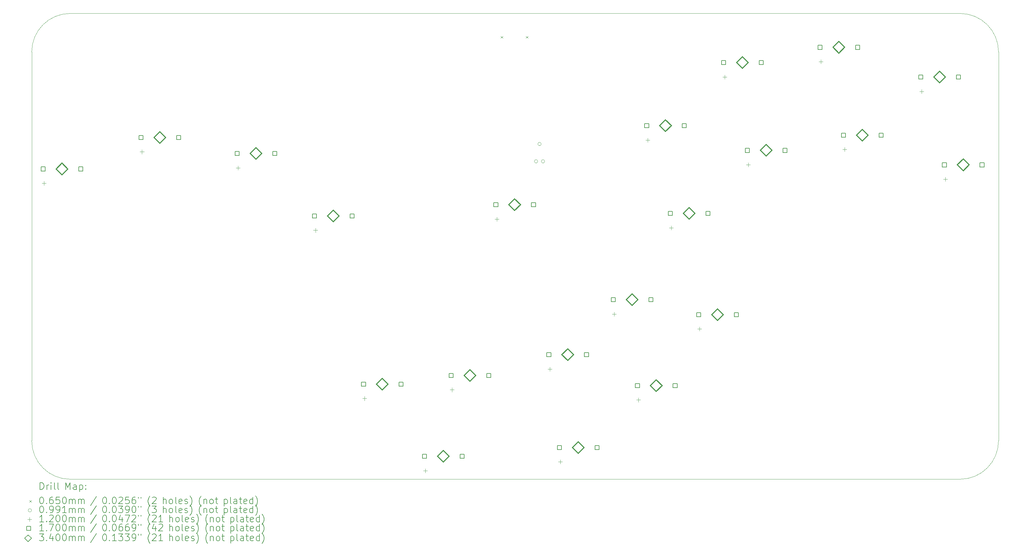
<source format=gbr>
%TF.GenerationSoftware,KiCad,Pcbnew,(7.0.0)*%
%TF.CreationDate,2023-07-02T10:59:27-07:00*%
%TF.ProjectId,OpenOblongChocs,4f70656e-4f62-46c6-9f6e-6743686f6373,rev?*%
%TF.SameCoordinates,Original*%
%TF.FileFunction,Drillmap*%
%TF.FilePolarity,Positive*%
%FSLAX45Y45*%
G04 Gerber Fmt 4.5, Leading zero omitted, Abs format (unit mm)*
G04 Created by KiCad (PCBNEW (7.0.0)) date 2023-07-02 10:59:27*
%MOMM*%
%LPD*%
G01*
G04 APERTURE LIST*
%ADD10C,0.100000*%
%ADD11C,0.200000*%
%ADD12C,0.065000*%
%ADD13C,0.099060*%
%ADD14C,0.120000*%
%ADD15C,0.170000*%
%ADD16C,0.340000*%
G04 APERTURE END LIST*
D10*
X6861000Y-16162000D02*
X32881000Y-16162000D01*
X32881000Y-2540000D02*
X6861000Y-2540000D01*
X6861000Y-2540000D02*
G75*
G03*
X5736000Y-3665000I0J-1125000D01*
G01*
X34006000Y-3665000D02*
G75*
G03*
X32881000Y-2540000I-1125000J0D01*
G01*
X5736000Y-3665000D02*
X5736000Y-15037000D01*
X34006000Y-3665000D02*
X34006000Y-15037000D01*
X5736000Y-15037000D02*
G75*
G03*
X6861000Y-16162000I1125000J0D01*
G01*
X32881000Y-16162000D02*
G75*
G03*
X34006000Y-15037000I0J1125000D01*
G01*
D11*
D12*
X19450350Y-3203500D02*
X19515350Y-3268500D01*
X19515350Y-3203500D02*
X19450350Y-3268500D01*
X20185350Y-3203500D02*
X20250350Y-3268500D01*
X20250350Y-3203500D02*
X20185350Y-3268500D01*
D13*
X20532930Y-6866000D02*
G75*
G03*
X20532930Y-6866000I-49530J0D01*
G01*
X20634530Y-6358000D02*
G75*
G03*
X20634530Y-6358000I-49530J0D01*
G01*
X20736130Y-6866000D02*
G75*
G03*
X20736130Y-6866000I-49530J0D01*
G01*
D14*
X6097598Y-7447212D02*
X6097598Y-7567212D01*
X6037598Y-7507212D02*
X6157598Y-7507212D01*
X8961411Y-6526758D02*
X8961411Y-6646758D01*
X8901411Y-6586758D02*
X9021411Y-6586758D01*
X11770944Y-6997354D02*
X11770944Y-7117354D01*
X11710944Y-7057354D02*
X11830944Y-7057354D01*
X14033153Y-8821306D02*
X14033153Y-8941306D01*
X13973153Y-8881306D02*
X14093153Y-8881306D01*
X15465769Y-13740362D02*
X15465769Y-13860362D01*
X15405769Y-13800362D02*
X15525769Y-13800362D01*
X17249130Y-15850739D02*
X17249130Y-15970739D01*
X17189130Y-15910739D02*
X17309130Y-15910739D01*
X18025865Y-13486430D02*
X18025865Y-13606430D01*
X17965865Y-13546430D02*
X18085865Y-13546430D01*
X19335850Y-8492687D02*
X19335850Y-8612687D01*
X19275850Y-8552687D02*
X19395850Y-8552687D01*
X20885618Y-12881344D02*
X20885618Y-13001344D01*
X20825618Y-12941344D02*
X20945618Y-12941344D01*
X21192745Y-15593583D02*
X21192745Y-15713583D01*
X21132745Y-15653583D02*
X21252745Y-15653583D01*
X22768856Y-11270896D02*
X22768856Y-11390896D01*
X22708856Y-11330896D02*
X22828856Y-11330896D01*
X23475984Y-13783136D02*
X23475984Y-13903136D01*
X23415984Y-13843136D02*
X23535984Y-13843136D01*
X23746723Y-6182513D02*
X23746723Y-6302513D01*
X23686723Y-6242513D02*
X23806723Y-6242513D01*
X24436297Y-8749337D02*
X24436297Y-8869337D01*
X24376297Y-8809337D02*
X24496297Y-8809337D01*
X25265512Y-11707755D02*
X25265512Y-11827755D01*
X25205512Y-11767755D02*
X25325512Y-11767755D01*
X25997686Y-4337452D02*
X25997686Y-4457452D01*
X25937686Y-4397452D02*
X26057686Y-4397452D01*
X26687285Y-6904373D02*
X26687285Y-7024373D01*
X26627285Y-6964373D02*
X26747285Y-6964373D01*
X28813567Y-3890933D02*
X28813567Y-4010933D01*
X28753567Y-3950933D02*
X28873567Y-3950933D01*
X29503167Y-6457854D02*
X29503167Y-6577854D01*
X29443167Y-6517854D02*
X29563167Y-6517854D01*
X31761557Y-4761191D02*
X31761557Y-4881191D01*
X31701557Y-4821191D02*
X31821557Y-4821191D01*
X32451156Y-7328112D02*
X32451156Y-7448112D01*
X32391156Y-7388112D02*
X32511156Y-7388112D01*
D15*
X6129702Y-7147317D02*
X6129702Y-7027107D01*
X6009493Y-7027107D01*
X6009493Y-7147317D01*
X6129702Y-7147317D01*
X7229702Y-7147317D02*
X7229702Y-7027107D01*
X7109493Y-7027107D01*
X7109493Y-7147317D01*
X7229702Y-7147317D01*
X8993516Y-6226863D02*
X8993516Y-6106653D01*
X8873306Y-6106653D01*
X8873306Y-6226863D01*
X8993516Y-6226863D01*
X10093516Y-6226863D02*
X10093516Y-6106653D01*
X9973306Y-6106653D01*
X9973306Y-6226863D01*
X10093516Y-6226863D01*
X11803049Y-6697458D02*
X11803049Y-6577249D01*
X11682839Y-6577249D01*
X11682839Y-6697458D01*
X11803049Y-6697458D01*
X12903049Y-6697458D02*
X12903049Y-6577249D01*
X12782839Y-6577249D01*
X12782839Y-6697458D01*
X12903049Y-6697458D01*
X14065258Y-8521411D02*
X14065258Y-8401202D01*
X13945049Y-8401202D01*
X13945049Y-8521411D01*
X14065258Y-8521411D01*
X15165258Y-8521411D02*
X15165258Y-8401202D01*
X15045049Y-8401202D01*
X15045049Y-8521411D01*
X15165258Y-8521411D01*
X15497874Y-13440466D02*
X15497874Y-13320257D01*
X15377665Y-13320257D01*
X15377665Y-13440466D01*
X15497874Y-13440466D01*
X16597874Y-13440466D02*
X16597874Y-13320257D01*
X16477665Y-13320257D01*
X16477665Y-13440466D01*
X16597874Y-13440466D01*
X17281235Y-15550843D02*
X17281235Y-15430634D01*
X17161026Y-15430634D01*
X17161026Y-15550843D01*
X17281235Y-15550843D01*
X18057970Y-13186535D02*
X18057970Y-13066326D01*
X17937760Y-13066326D01*
X17937760Y-13186535D01*
X18057970Y-13186535D01*
X18381235Y-15550843D02*
X18381235Y-15430634D01*
X18261026Y-15430634D01*
X18261026Y-15550843D01*
X18381235Y-15550843D01*
X19157970Y-13186535D02*
X19157970Y-13066326D01*
X19037760Y-13066326D01*
X19037760Y-13186535D01*
X19157970Y-13186535D01*
X19367955Y-8192791D02*
X19367955Y-8072582D01*
X19247745Y-8072582D01*
X19247745Y-8192791D01*
X19367955Y-8192791D01*
X20467955Y-8192791D02*
X20467955Y-8072582D01*
X20347745Y-8072582D01*
X20347745Y-8192791D01*
X20467955Y-8192791D01*
X20917723Y-12581448D02*
X20917723Y-12461239D01*
X20797514Y-12461239D01*
X20797514Y-12581448D01*
X20917723Y-12581448D01*
X21224850Y-15293688D02*
X21224850Y-15173479D01*
X21104641Y-15173479D01*
X21104641Y-15293688D01*
X21224850Y-15293688D01*
X22017723Y-12581448D02*
X22017723Y-12461239D01*
X21897514Y-12461239D01*
X21897514Y-12581448D01*
X22017723Y-12581448D01*
X22324850Y-15293688D02*
X22324850Y-15173479D01*
X22204641Y-15173479D01*
X22204641Y-15293688D01*
X22324850Y-15293688D01*
X22800961Y-10971001D02*
X22800961Y-10850791D01*
X22680752Y-10850791D01*
X22680752Y-10971001D01*
X22800961Y-10971001D01*
X23508088Y-13483240D02*
X23508088Y-13363031D01*
X23387879Y-13363031D01*
X23387879Y-13483240D01*
X23508088Y-13483240D01*
X23778828Y-5882617D02*
X23778828Y-5762408D01*
X23658618Y-5762408D01*
X23658618Y-5882617D01*
X23778828Y-5882617D01*
X23900961Y-10971001D02*
X23900961Y-10850791D01*
X23780752Y-10850791D01*
X23780752Y-10971001D01*
X23900961Y-10971001D01*
X24468401Y-8449442D02*
X24468401Y-8329233D01*
X24348192Y-8329233D01*
X24348192Y-8449442D01*
X24468401Y-8449442D01*
X24608088Y-13483240D02*
X24608088Y-13363031D01*
X24487879Y-13363031D01*
X24487879Y-13483240D01*
X24608088Y-13483240D01*
X24878828Y-5882617D02*
X24878828Y-5762408D01*
X24758618Y-5762408D01*
X24758618Y-5882617D01*
X24878828Y-5882617D01*
X25297617Y-11407859D02*
X25297617Y-11287650D01*
X25177408Y-11287650D01*
X25177408Y-11407859D01*
X25297617Y-11407859D01*
X25568401Y-8449442D02*
X25568401Y-8329233D01*
X25448192Y-8329233D01*
X25448192Y-8449442D01*
X25568401Y-8449442D01*
X26029791Y-4037556D02*
X26029791Y-3917347D01*
X25909581Y-3917347D01*
X25909581Y-4037556D01*
X26029791Y-4037556D01*
X26397617Y-11407859D02*
X26397617Y-11287650D01*
X26277408Y-11287650D01*
X26277408Y-11407859D01*
X26397617Y-11407859D01*
X26719390Y-6604478D02*
X26719390Y-6484268D01*
X26599181Y-6484268D01*
X26599181Y-6604478D01*
X26719390Y-6604478D01*
X27129791Y-4037556D02*
X27129791Y-3917347D01*
X27009581Y-3917347D01*
X27009581Y-4037556D01*
X27129791Y-4037556D01*
X27819390Y-6604478D02*
X27819390Y-6484268D01*
X27699181Y-6484268D01*
X27699181Y-6604478D01*
X27819390Y-6604478D01*
X28845672Y-3591038D02*
X28845672Y-3470829D01*
X28725463Y-3470829D01*
X28725463Y-3591038D01*
X28845672Y-3591038D01*
X29535271Y-6157959D02*
X29535271Y-6037750D01*
X29415062Y-6037750D01*
X29415062Y-6157959D01*
X29535271Y-6157959D01*
X29945672Y-3591038D02*
X29945672Y-3470829D01*
X29825463Y-3470829D01*
X29825463Y-3591038D01*
X29945672Y-3591038D01*
X30635271Y-6157959D02*
X30635271Y-6037750D01*
X30515062Y-6037750D01*
X30515062Y-6157959D01*
X30635271Y-6157959D01*
X31793661Y-4461295D02*
X31793661Y-4341086D01*
X31673452Y-4341086D01*
X31673452Y-4461295D01*
X31793661Y-4461295D01*
X32483261Y-7028217D02*
X32483261Y-6908007D01*
X32363051Y-6908007D01*
X32363051Y-7028217D01*
X32483261Y-7028217D01*
X32893661Y-4461295D02*
X32893661Y-4341086D01*
X32773452Y-4341086D01*
X32773452Y-4461295D01*
X32893661Y-4461295D01*
X33583261Y-7028217D02*
X33583261Y-6908007D01*
X33463051Y-6908007D01*
X33463051Y-7028217D01*
X33583261Y-7028217D01*
D16*
X6619598Y-7257212D02*
X6789598Y-7087212D01*
X6619598Y-6917212D01*
X6449598Y-7087212D01*
X6619598Y-7257212D01*
X9483411Y-6336758D02*
X9653411Y-6166758D01*
X9483411Y-5996758D01*
X9313411Y-6166758D01*
X9483411Y-6336758D01*
X12292944Y-6807354D02*
X12462944Y-6637354D01*
X12292944Y-6467354D01*
X12122944Y-6637354D01*
X12292944Y-6807354D01*
X14555153Y-8631306D02*
X14725153Y-8461306D01*
X14555153Y-8291306D01*
X14385153Y-8461306D01*
X14555153Y-8631306D01*
X15987769Y-13550362D02*
X16157769Y-13380362D01*
X15987769Y-13210362D01*
X15817769Y-13380362D01*
X15987769Y-13550362D01*
X17771130Y-15660739D02*
X17941130Y-15490739D01*
X17771130Y-15320739D01*
X17601130Y-15490739D01*
X17771130Y-15660739D01*
X18547865Y-13296430D02*
X18717865Y-13126430D01*
X18547865Y-12956430D01*
X18377865Y-13126430D01*
X18547865Y-13296430D01*
X19857850Y-8302687D02*
X20027850Y-8132687D01*
X19857850Y-7962687D01*
X19687850Y-8132687D01*
X19857850Y-8302687D01*
X21407618Y-12691344D02*
X21577618Y-12521344D01*
X21407618Y-12351344D01*
X21237618Y-12521344D01*
X21407618Y-12691344D01*
X21714745Y-15403583D02*
X21884745Y-15233583D01*
X21714745Y-15063583D01*
X21544745Y-15233583D01*
X21714745Y-15403583D01*
X23290856Y-11080896D02*
X23460856Y-10910896D01*
X23290856Y-10740896D01*
X23120856Y-10910896D01*
X23290856Y-11080896D01*
X23997984Y-13593136D02*
X24167984Y-13423136D01*
X23997984Y-13253136D01*
X23827984Y-13423136D01*
X23997984Y-13593136D01*
X24268723Y-5992513D02*
X24438723Y-5822513D01*
X24268723Y-5652513D01*
X24098723Y-5822513D01*
X24268723Y-5992513D01*
X24958297Y-8559337D02*
X25128297Y-8389337D01*
X24958297Y-8219337D01*
X24788297Y-8389337D01*
X24958297Y-8559337D01*
X25787512Y-11517755D02*
X25957512Y-11347755D01*
X25787512Y-11177755D01*
X25617512Y-11347755D01*
X25787512Y-11517755D01*
X26519686Y-4147452D02*
X26689686Y-3977452D01*
X26519686Y-3807452D01*
X26349686Y-3977452D01*
X26519686Y-4147452D01*
X27209285Y-6714373D02*
X27379285Y-6544373D01*
X27209285Y-6374373D01*
X27039285Y-6544373D01*
X27209285Y-6714373D01*
X29335567Y-3700933D02*
X29505567Y-3530933D01*
X29335567Y-3360933D01*
X29165567Y-3530933D01*
X29335567Y-3700933D01*
X30025167Y-6267854D02*
X30195167Y-6097854D01*
X30025167Y-5927854D01*
X29855167Y-6097854D01*
X30025167Y-6267854D01*
X32283557Y-4571191D02*
X32453557Y-4401191D01*
X32283557Y-4231191D01*
X32113557Y-4401191D01*
X32283557Y-4571191D01*
X32973156Y-7138112D02*
X33143156Y-6968112D01*
X32973156Y-6798112D01*
X32803156Y-6968112D01*
X32973156Y-7138112D01*
D11*
X5978619Y-16460476D02*
X5978619Y-16260476D01*
X5978619Y-16260476D02*
X6026238Y-16260476D01*
X6026238Y-16260476D02*
X6054809Y-16270000D01*
X6054809Y-16270000D02*
X6073857Y-16289048D01*
X6073857Y-16289048D02*
X6083381Y-16308095D01*
X6083381Y-16308095D02*
X6092905Y-16346190D01*
X6092905Y-16346190D02*
X6092905Y-16374762D01*
X6092905Y-16374762D02*
X6083381Y-16412857D01*
X6083381Y-16412857D02*
X6073857Y-16431905D01*
X6073857Y-16431905D02*
X6054809Y-16450952D01*
X6054809Y-16450952D02*
X6026238Y-16460476D01*
X6026238Y-16460476D02*
X5978619Y-16460476D01*
X6178619Y-16460476D02*
X6178619Y-16327143D01*
X6178619Y-16365238D02*
X6188143Y-16346190D01*
X6188143Y-16346190D02*
X6197667Y-16336667D01*
X6197667Y-16336667D02*
X6216714Y-16327143D01*
X6216714Y-16327143D02*
X6235762Y-16327143D01*
X6302428Y-16460476D02*
X6302428Y-16327143D01*
X6302428Y-16260476D02*
X6292905Y-16270000D01*
X6292905Y-16270000D02*
X6302428Y-16279524D01*
X6302428Y-16279524D02*
X6311952Y-16270000D01*
X6311952Y-16270000D02*
X6302428Y-16260476D01*
X6302428Y-16260476D02*
X6302428Y-16279524D01*
X6426238Y-16460476D02*
X6407190Y-16450952D01*
X6407190Y-16450952D02*
X6397667Y-16431905D01*
X6397667Y-16431905D02*
X6397667Y-16260476D01*
X6531000Y-16460476D02*
X6511952Y-16450952D01*
X6511952Y-16450952D02*
X6502428Y-16431905D01*
X6502428Y-16431905D02*
X6502428Y-16260476D01*
X6727190Y-16460476D02*
X6727190Y-16260476D01*
X6727190Y-16260476D02*
X6793857Y-16403333D01*
X6793857Y-16403333D02*
X6860524Y-16260476D01*
X6860524Y-16260476D02*
X6860524Y-16460476D01*
X7041476Y-16460476D02*
X7041476Y-16355714D01*
X7041476Y-16355714D02*
X7031952Y-16336667D01*
X7031952Y-16336667D02*
X7012905Y-16327143D01*
X7012905Y-16327143D02*
X6974809Y-16327143D01*
X6974809Y-16327143D02*
X6955762Y-16336667D01*
X7041476Y-16450952D02*
X7022428Y-16460476D01*
X7022428Y-16460476D02*
X6974809Y-16460476D01*
X6974809Y-16460476D02*
X6955762Y-16450952D01*
X6955762Y-16450952D02*
X6946238Y-16431905D01*
X6946238Y-16431905D02*
X6946238Y-16412857D01*
X6946238Y-16412857D02*
X6955762Y-16393809D01*
X6955762Y-16393809D02*
X6974809Y-16384286D01*
X6974809Y-16384286D02*
X7022428Y-16384286D01*
X7022428Y-16384286D02*
X7041476Y-16374762D01*
X7136714Y-16327143D02*
X7136714Y-16527143D01*
X7136714Y-16336667D02*
X7155762Y-16327143D01*
X7155762Y-16327143D02*
X7193857Y-16327143D01*
X7193857Y-16327143D02*
X7212905Y-16336667D01*
X7212905Y-16336667D02*
X7222428Y-16346190D01*
X7222428Y-16346190D02*
X7231952Y-16365238D01*
X7231952Y-16365238D02*
X7231952Y-16422381D01*
X7231952Y-16422381D02*
X7222428Y-16441428D01*
X7222428Y-16441428D02*
X7212905Y-16450952D01*
X7212905Y-16450952D02*
X7193857Y-16460476D01*
X7193857Y-16460476D02*
X7155762Y-16460476D01*
X7155762Y-16460476D02*
X7136714Y-16450952D01*
X7317667Y-16441428D02*
X7327190Y-16450952D01*
X7327190Y-16450952D02*
X7317667Y-16460476D01*
X7317667Y-16460476D02*
X7308143Y-16450952D01*
X7308143Y-16450952D02*
X7317667Y-16441428D01*
X7317667Y-16441428D02*
X7317667Y-16460476D01*
X7317667Y-16336667D02*
X7327190Y-16346190D01*
X7327190Y-16346190D02*
X7317667Y-16355714D01*
X7317667Y-16355714D02*
X7308143Y-16346190D01*
X7308143Y-16346190D02*
X7317667Y-16336667D01*
X7317667Y-16336667D02*
X7317667Y-16355714D01*
D12*
X5666000Y-16774500D02*
X5731000Y-16839500D01*
X5731000Y-16774500D02*
X5666000Y-16839500D01*
D11*
X6016714Y-16680476D02*
X6035762Y-16680476D01*
X6035762Y-16680476D02*
X6054809Y-16690000D01*
X6054809Y-16690000D02*
X6064333Y-16699524D01*
X6064333Y-16699524D02*
X6073857Y-16718571D01*
X6073857Y-16718571D02*
X6083381Y-16756667D01*
X6083381Y-16756667D02*
X6083381Y-16804286D01*
X6083381Y-16804286D02*
X6073857Y-16842381D01*
X6073857Y-16842381D02*
X6064333Y-16861429D01*
X6064333Y-16861429D02*
X6054809Y-16870952D01*
X6054809Y-16870952D02*
X6035762Y-16880476D01*
X6035762Y-16880476D02*
X6016714Y-16880476D01*
X6016714Y-16880476D02*
X5997667Y-16870952D01*
X5997667Y-16870952D02*
X5988143Y-16861429D01*
X5988143Y-16861429D02*
X5978619Y-16842381D01*
X5978619Y-16842381D02*
X5969095Y-16804286D01*
X5969095Y-16804286D02*
X5969095Y-16756667D01*
X5969095Y-16756667D02*
X5978619Y-16718571D01*
X5978619Y-16718571D02*
X5988143Y-16699524D01*
X5988143Y-16699524D02*
X5997667Y-16690000D01*
X5997667Y-16690000D02*
X6016714Y-16680476D01*
X6169095Y-16861429D02*
X6178619Y-16870952D01*
X6178619Y-16870952D02*
X6169095Y-16880476D01*
X6169095Y-16880476D02*
X6159571Y-16870952D01*
X6159571Y-16870952D02*
X6169095Y-16861429D01*
X6169095Y-16861429D02*
X6169095Y-16880476D01*
X6350048Y-16680476D02*
X6311952Y-16680476D01*
X6311952Y-16680476D02*
X6292905Y-16690000D01*
X6292905Y-16690000D02*
X6283381Y-16699524D01*
X6283381Y-16699524D02*
X6264333Y-16728095D01*
X6264333Y-16728095D02*
X6254809Y-16766190D01*
X6254809Y-16766190D02*
X6254809Y-16842381D01*
X6254809Y-16842381D02*
X6264333Y-16861429D01*
X6264333Y-16861429D02*
X6273857Y-16870952D01*
X6273857Y-16870952D02*
X6292905Y-16880476D01*
X6292905Y-16880476D02*
X6331000Y-16880476D01*
X6331000Y-16880476D02*
X6350048Y-16870952D01*
X6350048Y-16870952D02*
X6359571Y-16861429D01*
X6359571Y-16861429D02*
X6369095Y-16842381D01*
X6369095Y-16842381D02*
X6369095Y-16794762D01*
X6369095Y-16794762D02*
X6359571Y-16775714D01*
X6359571Y-16775714D02*
X6350048Y-16766190D01*
X6350048Y-16766190D02*
X6331000Y-16756667D01*
X6331000Y-16756667D02*
X6292905Y-16756667D01*
X6292905Y-16756667D02*
X6273857Y-16766190D01*
X6273857Y-16766190D02*
X6264333Y-16775714D01*
X6264333Y-16775714D02*
X6254809Y-16794762D01*
X6550048Y-16680476D02*
X6454809Y-16680476D01*
X6454809Y-16680476D02*
X6445286Y-16775714D01*
X6445286Y-16775714D02*
X6454809Y-16766190D01*
X6454809Y-16766190D02*
X6473857Y-16756667D01*
X6473857Y-16756667D02*
X6521476Y-16756667D01*
X6521476Y-16756667D02*
X6540524Y-16766190D01*
X6540524Y-16766190D02*
X6550048Y-16775714D01*
X6550048Y-16775714D02*
X6559571Y-16794762D01*
X6559571Y-16794762D02*
X6559571Y-16842381D01*
X6559571Y-16842381D02*
X6550048Y-16861429D01*
X6550048Y-16861429D02*
X6540524Y-16870952D01*
X6540524Y-16870952D02*
X6521476Y-16880476D01*
X6521476Y-16880476D02*
X6473857Y-16880476D01*
X6473857Y-16880476D02*
X6454809Y-16870952D01*
X6454809Y-16870952D02*
X6445286Y-16861429D01*
X6683381Y-16680476D02*
X6702429Y-16680476D01*
X6702429Y-16680476D02*
X6721476Y-16690000D01*
X6721476Y-16690000D02*
X6731000Y-16699524D01*
X6731000Y-16699524D02*
X6740524Y-16718571D01*
X6740524Y-16718571D02*
X6750048Y-16756667D01*
X6750048Y-16756667D02*
X6750048Y-16804286D01*
X6750048Y-16804286D02*
X6740524Y-16842381D01*
X6740524Y-16842381D02*
X6731000Y-16861429D01*
X6731000Y-16861429D02*
X6721476Y-16870952D01*
X6721476Y-16870952D02*
X6702429Y-16880476D01*
X6702429Y-16880476D02*
X6683381Y-16880476D01*
X6683381Y-16880476D02*
X6664333Y-16870952D01*
X6664333Y-16870952D02*
X6654809Y-16861429D01*
X6654809Y-16861429D02*
X6645286Y-16842381D01*
X6645286Y-16842381D02*
X6635762Y-16804286D01*
X6635762Y-16804286D02*
X6635762Y-16756667D01*
X6635762Y-16756667D02*
X6645286Y-16718571D01*
X6645286Y-16718571D02*
X6654809Y-16699524D01*
X6654809Y-16699524D02*
X6664333Y-16690000D01*
X6664333Y-16690000D02*
X6683381Y-16680476D01*
X6835762Y-16880476D02*
X6835762Y-16747143D01*
X6835762Y-16766190D02*
X6845286Y-16756667D01*
X6845286Y-16756667D02*
X6864333Y-16747143D01*
X6864333Y-16747143D02*
X6892905Y-16747143D01*
X6892905Y-16747143D02*
X6911952Y-16756667D01*
X6911952Y-16756667D02*
X6921476Y-16775714D01*
X6921476Y-16775714D02*
X6921476Y-16880476D01*
X6921476Y-16775714D02*
X6931000Y-16756667D01*
X6931000Y-16756667D02*
X6950048Y-16747143D01*
X6950048Y-16747143D02*
X6978619Y-16747143D01*
X6978619Y-16747143D02*
X6997667Y-16756667D01*
X6997667Y-16756667D02*
X7007190Y-16775714D01*
X7007190Y-16775714D02*
X7007190Y-16880476D01*
X7102429Y-16880476D02*
X7102429Y-16747143D01*
X7102429Y-16766190D02*
X7111952Y-16756667D01*
X7111952Y-16756667D02*
X7131000Y-16747143D01*
X7131000Y-16747143D02*
X7159571Y-16747143D01*
X7159571Y-16747143D02*
X7178619Y-16756667D01*
X7178619Y-16756667D02*
X7188143Y-16775714D01*
X7188143Y-16775714D02*
X7188143Y-16880476D01*
X7188143Y-16775714D02*
X7197667Y-16756667D01*
X7197667Y-16756667D02*
X7216714Y-16747143D01*
X7216714Y-16747143D02*
X7245286Y-16747143D01*
X7245286Y-16747143D02*
X7264333Y-16756667D01*
X7264333Y-16756667D02*
X7273857Y-16775714D01*
X7273857Y-16775714D02*
X7273857Y-16880476D01*
X7631952Y-16670952D02*
X7460524Y-16928095D01*
X7856714Y-16680476D02*
X7875762Y-16680476D01*
X7875762Y-16680476D02*
X7894810Y-16690000D01*
X7894810Y-16690000D02*
X7904333Y-16699524D01*
X7904333Y-16699524D02*
X7913857Y-16718571D01*
X7913857Y-16718571D02*
X7923381Y-16756667D01*
X7923381Y-16756667D02*
X7923381Y-16804286D01*
X7923381Y-16804286D02*
X7913857Y-16842381D01*
X7913857Y-16842381D02*
X7904333Y-16861429D01*
X7904333Y-16861429D02*
X7894810Y-16870952D01*
X7894810Y-16870952D02*
X7875762Y-16880476D01*
X7875762Y-16880476D02*
X7856714Y-16880476D01*
X7856714Y-16880476D02*
X7837667Y-16870952D01*
X7837667Y-16870952D02*
X7828143Y-16861429D01*
X7828143Y-16861429D02*
X7818619Y-16842381D01*
X7818619Y-16842381D02*
X7809095Y-16804286D01*
X7809095Y-16804286D02*
X7809095Y-16756667D01*
X7809095Y-16756667D02*
X7818619Y-16718571D01*
X7818619Y-16718571D02*
X7828143Y-16699524D01*
X7828143Y-16699524D02*
X7837667Y-16690000D01*
X7837667Y-16690000D02*
X7856714Y-16680476D01*
X8009095Y-16861429D02*
X8018619Y-16870952D01*
X8018619Y-16870952D02*
X8009095Y-16880476D01*
X8009095Y-16880476D02*
X7999571Y-16870952D01*
X7999571Y-16870952D02*
X8009095Y-16861429D01*
X8009095Y-16861429D02*
X8009095Y-16880476D01*
X8142429Y-16680476D02*
X8161476Y-16680476D01*
X8161476Y-16680476D02*
X8180524Y-16690000D01*
X8180524Y-16690000D02*
X8190048Y-16699524D01*
X8190048Y-16699524D02*
X8199571Y-16718571D01*
X8199571Y-16718571D02*
X8209095Y-16756667D01*
X8209095Y-16756667D02*
X8209095Y-16804286D01*
X8209095Y-16804286D02*
X8199571Y-16842381D01*
X8199571Y-16842381D02*
X8190048Y-16861429D01*
X8190048Y-16861429D02*
X8180524Y-16870952D01*
X8180524Y-16870952D02*
X8161476Y-16880476D01*
X8161476Y-16880476D02*
X8142429Y-16880476D01*
X8142429Y-16880476D02*
X8123381Y-16870952D01*
X8123381Y-16870952D02*
X8113857Y-16861429D01*
X8113857Y-16861429D02*
X8104333Y-16842381D01*
X8104333Y-16842381D02*
X8094810Y-16804286D01*
X8094810Y-16804286D02*
X8094810Y-16756667D01*
X8094810Y-16756667D02*
X8104333Y-16718571D01*
X8104333Y-16718571D02*
X8113857Y-16699524D01*
X8113857Y-16699524D02*
X8123381Y-16690000D01*
X8123381Y-16690000D02*
X8142429Y-16680476D01*
X8285286Y-16699524D02*
X8294810Y-16690000D01*
X8294810Y-16690000D02*
X8313857Y-16680476D01*
X8313857Y-16680476D02*
X8361476Y-16680476D01*
X8361476Y-16680476D02*
X8380524Y-16690000D01*
X8380524Y-16690000D02*
X8390048Y-16699524D01*
X8390048Y-16699524D02*
X8399572Y-16718571D01*
X8399572Y-16718571D02*
X8399572Y-16737619D01*
X8399572Y-16737619D02*
X8390048Y-16766190D01*
X8390048Y-16766190D02*
X8275762Y-16880476D01*
X8275762Y-16880476D02*
X8399572Y-16880476D01*
X8580524Y-16680476D02*
X8485286Y-16680476D01*
X8485286Y-16680476D02*
X8475762Y-16775714D01*
X8475762Y-16775714D02*
X8485286Y-16766190D01*
X8485286Y-16766190D02*
X8504333Y-16756667D01*
X8504333Y-16756667D02*
X8551953Y-16756667D01*
X8551953Y-16756667D02*
X8571000Y-16766190D01*
X8571000Y-16766190D02*
X8580524Y-16775714D01*
X8580524Y-16775714D02*
X8590048Y-16794762D01*
X8590048Y-16794762D02*
X8590048Y-16842381D01*
X8590048Y-16842381D02*
X8580524Y-16861429D01*
X8580524Y-16861429D02*
X8571000Y-16870952D01*
X8571000Y-16870952D02*
X8551953Y-16880476D01*
X8551953Y-16880476D02*
X8504333Y-16880476D01*
X8504333Y-16880476D02*
X8485286Y-16870952D01*
X8485286Y-16870952D02*
X8475762Y-16861429D01*
X8761476Y-16680476D02*
X8723381Y-16680476D01*
X8723381Y-16680476D02*
X8704333Y-16690000D01*
X8704333Y-16690000D02*
X8694810Y-16699524D01*
X8694810Y-16699524D02*
X8675762Y-16728095D01*
X8675762Y-16728095D02*
X8666238Y-16766190D01*
X8666238Y-16766190D02*
X8666238Y-16842381D01*
X8666238Y-16842381D02*
X8675762Y-16861429D01*
X8675762Y-16861429D02*
X8685286Y-16870952D01*
X8685286Y-16870952D02*
X8704333Y-16880476D01*
X8704333Y-16880476D02*
X8742429Y-16880476D01*
X8742429Y-16880476D02*
X8761476Y-16870952D01*
X8761476Y-16870952D02*
X8771000Y-16861429D01*
X8771000Y-16861429D02*
X8780524Y-16842381D01*
X8780524Y-16842381D02*
X8780524Y-16794762D01*
X8780524Y-16794762D02*
X8771000Y-16775714D01*
X8771000Y-16775714D02*
X8761476Y-16766190D01*
X8761476Y-16766190D02*
X8742429Y-16756667D01*
X8742429Y-16756667D02*
X8704333Y-16756667D01*
X8704333Y-16756667D02*
X8685286Y-16766190D01*
X8685286Y-16766190D02*
X8675762Y-16775714D01*
X8675762Y-16775714D02*
X8666238Y-16794762D01*
X8856714Y-16680476D02*
X8856714Y-16718571D01*
X8932905Y-16680476D02*
X8932905Y-16718571D01*
X9195762Y-16956667D02*
X9186238Y-16947143D01*
X9186238Y-16947143D02*
X9167191Y-16918571D01*
X9167191Y-16918571D02*
X9157667Y-16899524D01*
X9157667Y-16899524D02*
X9148143Y-16870952D01*
X9148143Y-16870952D02*
X9138619Y-16823333D01*
X9138619Y-16823333D02*
X9138619Y-16785238D01*
X9138619Y-16785238D02*
X9148143Y-16737619D01*
X9148143Y-16737619D02*
X9157667Y-16709048D01*
X9157667Y-16709048D02*
X9167191Y-16690000D01*
X9167191Y-16690000D02*
X9186238Y-16661428D01*
X9186238Y-16661428D02*
X9195762Y-16651905D01*
X9262429Y-16699524D02*
X9271953Y-16690000D01*
X9271953Y-16690000D02*
X9291000Y-16680476D01*
X9291000Y-16680476D02*
X9338619Y-16680476D01*
X9338619Y-16680476D02*
X9357667Y-16690000D01*
X9357667Y-16690000D02*
X9367191Y-16699524D01*
X9367191Y-16699524D02*
X9376714Y-16718571D01*
X9376714Y-16718571D02*
X9376714Y-16737619D01*
X9376714Y-16737619D02*
X9367191Y-16766190D01*
X9367191Y-16766190D02*
X9252905Y-16880476D01*
X9252905Y-16880476D02*
X9376714Y-16880476D01*
X9582429Y-16880476D02*
X9582429Y-16680476D01*
X9668143Y-16880476D02*
X9668143Y-16775714D01*
X9668143Y-16775714D02*
X9658619Y-16756667D01*
X9658619Y-16756667D02*
X9639572Y-16747143D01*
X9639572Y-16747143D02*
X9611000Y-16747143D01*
X9611000Y-16747143D02*
X9591953Y-16756667D01*
X9591953Y-16756667D02*
X9582429Y-16766190D01*
X9791953Y-16880476D02*
X9772905Y-16870952D01*
X9772905Y-16870952D02*
X9763381Y-16861429D01*
X9763381Y-16861429D02*
X9753857Y-16842381D01*
X9753857Y-16842381D02*
X9753857Y-16785238D01*
X9753857Y-16785238D02*
X9763381Y-16766190D01*
X9763381Y-16766190D02*
X9772905Y-16756667D01*
X9772905Y-16756667D02*
X9791953Y-16747143D01*
X9791953Y-16747143D02*
X9820524Y-16747143D01*
X9820524Y-16747143D02*
X9839572Y-16756667D01*
X9839572Y-16756667D02*
X9849095Y-16766190D01*
X9849095Y-16766190D02*
X9858619Y-16785238D01*
X9858619Y-16785238D02*
X9858619Y-16842381D01*
X9858619Y-16842381D02*
X9849095Y-16861429D01*
X9849095Y-16861429D02*
X9839572Y-16870952D01*
X9839572Y-16870952D02*
X9820524Y-16880476D01*
X9820524Y-16880476D02*
X9791953Y-16880476D01*
X9972905Y-16880476D02*
X9953857Y-16870952D01*
X9953857Y-16870952D02*
X9944334Y-16851905D01*
X9944334Y-16851905D02*
X9944334Y-16680476D01*
X10125286Y-16870952D02*
X10106238Y-16880476D01*
X10106238Y-16880476D02*
X10068143Y-16880476D01*
X10068143Y-16880476D02*
X10049095Y-16870952D01*
X10049095Y-16870952D02*
X10039572Y-16851905D01*
X10039572Y-16851905D02*
X10039572Y-16775714D01*
X10039572Y-16775714D02*
X10049095Y-16756667D01*
X10049095Y-16756667D02*
X10068143Y-16747143D01*
X10068143Y-16747143D02*
X10106238Y-16747143D01*
X10106238Y-16747143D02*
X10125286Y-16756667D01*
X10125286Y-16756667D02*
X10134810Y-16775714D01*
X10134810Y-16775714D02*
X10134810Y-16794762D01*
X10134810Y-16794762D02*
X10039572Y-16813810D01*
X10211000Y-16870952D02*
X10230048Y-16880476D01*
X10230048Y-16880476D02*
X10268143Y-16880476D01*
X10268143Y-16880476D02*
X10287191Y-16870952D01*
X10287191Y-16870952D02*
X10296715Y-16851905D01*
X10296715Y-16851905D02*
X10296715Y-16842381D01*
X10296715Y-16842381D02*
X10287191Y-16823333D01*
X10287191Y-16823333D02*
X10268143Y-16813810D01*
X10268143Y-16813810D02*
X10239572Y-16813810D01*
X10239572Y-16813810D02*
X10220524Y-16804286D01*
X10220524Y-16804286D02*
X10211000Y-16785238D01*
X10211000Y-16785238D02*
X10211000Y-16775714D01*
X10211000Y-16775714D02*
X10220524Y-16756667D01*
X10220524Y-16756667D02*
X10239572Y-16747143D01*
X10239572Y-16747143D02*
X10268143Y-16747143D01*
X10268143Y-16747143D02*
X10287191Y-16756667D01*
X10363381Y-16956667D02*
X10372905Y-16947143D01*
X10372905Y-16947143D02*
X10391953Y-16918571D01*
X10391953Y-16918571D02*
X10401476Y-16899524D01*
X10401476Y-16899524D02*
X10411000Y-16870952D01*
X10411000Y-16870952D02*
X10420524Y-16823333D01*
X10420524Y-16823333D02*
X10420524Y-16785238D01*
X10420524Y-16785238D02*
X10411000Y-16737619D01*
X10411000Y-16737619D02*
X10401476Y-16709048D01*
X10401476Y-16709048D02*
X10391953Y-16690000D01*
X10391953Y-16690000D02*
X10372905Y-16661428D01*
X10372905Y-16661428D02*
X10363381Y-16651905D01*
X10692905Y-16956667D02*
X10683381Y-16947143D01*
X10683381Y-16947143D02*
X10664334Y-16918571D01*
X10664334Y-16918571D02*
X10654810Y-16899524D01*
X10654810Y-16899524D02*
X10645286Y-16870952D01*
X10645286Y-16870952D02*
X10635762Y-16823333D01*
X10635762Y-16823333D02*
X10635762Y-16785238D01*
X10635762Y-16785238D02*
X10645286Y-16737619D01*
X10645286Y-16737619D02*
X10654810Y-16709048D01*
X10654810Y-16709048D02*
X10664334Y-16690000D01*
X10664334Y-16690000D02*
X10683381Y-16661428D01*
X10683381Y-16661428D02*
X10692905Y-16651905D01*
X10769095Y-16747143D02*
X10769095Y-16880476D01*
X10769095Y-16766190D02*
X10778619Y-16756667D01*
X10778619Y-16756667D02*
X10797667Y-16747143D01*
X10797667Y-16747143D02*
X10826238Y-16747143D01*
X10826238Y-16747143D02*
X10845286Y-16756667D01*
X10845286Y-16756667D02*
X10854810Y-16775714D01*
X10854810Y-16775714D02*
X10854810Y-16880476D01*
X10978619Y-16880476D02*
X10959572Y-16870952D01*
X10959572Y-16870952D02*
X10950048Y-16861429D01*
X10950048Y-16861429D02*
X10940524Y-16842381D01*
X10940524Y-16842381D02*
X10940524Y-16785238D01*
X10940524Y-16785238D02*
X10950048Y-16766190D01*
X10950048Y-16766190D02*
X10959572Y-16756667D01*
X10959572Y-16756667D02*
X10978619Y-16747143D01*
X10978619Y-16747143D02*
X11007191Y-16747143D01*
X11007191Y-16747143D02*
X11026238Y-16756667D01*
X11026238Y-16756667D02*
X11035762Y-16766190D01*
X11035762Y-16766190D02*
X11045286Y-16785238D01*
X11045286Y-16785238D02*
X11045286Y-16842381D01*
X11045286Y-16842381D02*
X11035762Y-16861429D01*
X11035762Y-16861429D02*
X11026238Y-16870952D01*
X11026238Y-16870952D02*
X11007191Y-16880476D01*
X11007191Y-16880476D02*
X10978619Y-16880476D01*
X11102429Y-16747143D02*
X11178619Y-16747143D01*
X11131000Y-16680476D02*
X11131000Y-16851905D01*
X11131000Y-16851905D02*
X11140524Y-16870952D01*
X11140524Y-16870952D02*
X11159572Y-16880476D01*
X11159572Y-16880476D02*
X11178619Y-16880476D01*
X11365286Y-16747143D02*
X11365286Y-16947143D01*
X11365286Y-16756667D02*
X11384333Y-16747143D01*
X11384333Y-16747143D02*
X11422429Y-16747143D01*
X11422429Y-16747143D02*
X11441476Y-16756667D01*
X11441476Y-16756667D02*
X11451000Y-16766190D01*
X11451000Y-16766190D02*
X11460524Y-16785238D01*
X11460524Y-16785238D02*
X11460524Y-16842381D01*
X11460524Y-16842381D02*
X11451000Y-16861429D01*
X11451000Y-16861429D02*
X11441476Y-16870952D01*
X11441476Y-16870952D02*
X11422429Y-16880476D01*
X11422429Y-16880476D02*
X11384333Y-16880476D01*
X11384333Y-16880476D02*
X11365286Y-16870952D01*
X11574810Y-16880476D02*
X11555762Y-16870952D01*
X11555762Y-16870952D02*
X11546238Y-16851905D01*
X11546238Y-16851905D02*
X11546238Y-16680476D01*
X11736714Y-16880476D02*
X11736714Y-16775714D01*
X11736714Y-16775714D02*
X11727191Y-16756667D01*
X11727191Y-16756667D02*
X11708143Y-16747143D01*
X11708143Y-16747143D02*
X11670048Y-16747143D01*
X11670048Y-16747143D02*
X11651000Y-16756667D01*
X11736714Y-16870952D02*
X11717667Y-16880476D01*
X11717667Y-16880476D02*
X11670048Y-16880476D01*
X11670048Y-16880476D02*
X11651000Y-16870952D01*
X11651000Y-16870952D02*
X11641476Y-16851905D01*
X11641476Y-16851905D02*
X11641476Y-16832857D01*
X11641476Y-16832857D02*
X11651000Y-16813810D01*
X11651000Y-16813810D02*
X11670048Y-16804286D01*
X11670048Y-16804286D02*
X11717667Y-16804286D01*
X11717667Y-16804286D02*
X11736714Y-16794762D01*
X11803381Y-16747143D02*
X11879572Y-16747143D01*
X11831953Y-16680476D02*
X11831953Y-16851905D01*
X11831953Y-16851905D02*
X11841476Y-16870952D01*
X11841476Y-16870952D02*
X11860524Y-16880476D01*
X11860524Y-16880476D02*
X11879572Y-16880476D01*
X12022429Y-16870952D02*
X12003381Y-16880476D01*
X12003381Y-16880476D02*
X11965286Y-16880476D01*
X11965286Y-16880476D02*
X11946238Y-16870952D01*
X11946238Y-16870952D02*
X11936714Y-16851905D01*
X11936714Y-16851905D02*
X11936714Y-16775714D01*
X11936714Y-16775714D02*
X11946238Y-16756667D01*
X11946238Y-16756667D02*
X11965286Y-16747143D01*
X11965286Y-16747143D02*
X12003381Y-16747143D01*
X12003381Y-16747143D02*
X12022429Y-16756667D01*
X12022429Y-16756667D02*
X12031953Y-16775714D01*
X12031953Y-16775714D02*
X12031953Y-16794762D01*
X12031953Y-16794762D02*
X11936714Y-16813810D01*
X12203381Y-16880476D02*
X12203381Y-16680476D01*
X12203381Y-16870952D02*
X12184334Y-16880476D01*
X12184334Y-16880476D02*
X12146238Y-16880476D01*
X12146238Y-16880476D02*
X12127191Y-16870952D01*
X12127191Y-16870952D02*
X12117667Y-16861429D01*
X12117667Y-16861429D02*
X12108143Y-16842381D01*
X12108143Y-16842381D02*
X12108143Y-16785238D01*
X12108143Y-16785238D02*
X12117667Y-16766190D01*
X12117667Y-16766190D02*
X12127191Y-16756667D01*
X12127191Y-16756667D02*
X12146238Y-16747143D01*
X12146238Y-16747143D02*
X12184334Y-16747143D01*
X12184334Y-16747143D02*
X12203381Y-16756667D01*
X12279572Y-16956667D02*
X12289095Y-16947143D01*
X12289095Y-16947143D02*
X12308143Y-16918571D01*
X12308143Y-16918571D02*
X12317667Y-16899524D01*
X12317667Y-16899524D02*
X12327191Y-16870952D01*
X12327191Y-16870952D02*
X12336714Y-16823333D01*
X12336714Y-16823333D02*
X12336714Y-16785238D01*
X12336714Y-16785238D02*
X12327191Y-16737619D01*
X12327191Y-16737619D02*
X12317667Y-16709048D01*
X12317667Y-16709048D02*
X12308143Y-16690000D01*
X12308143Y-16690000D02*
X12289095Y-16661428D01*
X12289095Y-16661428D02*
X12279572Y-16651905D01*
D13*
X5731000Y-17071000D02*
G75*
G03*
X5731000Y-17071000I-49530J0D01*
G01*
D11*
X6016714Y-16944476D02*
X6035762Y-16944476D01*
X6035762Y-16944476D02*
X6054809Y-16954000D01*
X6054809Y-16954000D02*
X6064333Y-16963524D01*
X6064333Y-16963524D02*
X6073857Y-16982571D01*
X6073857Y-16982571D02*
X6083381Y-17020667D01*
X6083381Y-17020667D02*
X6083381Y-17068286D01*
X6083381Y-17068286D02*
X6073857Y-17106381D01*
X6073857Y-17106381D02*
X6064333Y-17125429D01*
X6064333Y-17125429D02*
X6054809Y-17134952D01*
X6054809Y-17134952D02*
X6035762Y-17144476D01*
X6035762Y-17144476D02*
X6016714Y-17144476D01*
X6016714Y-17144476D02*
X5997667Y-17134952D01*
X5997667Y-17134952D02*
X5988143Y-17125429D01*
X5988143Y-17125429D02*
X5978619Y-17106381D01*
X5978619Y-17106381D02*
X5969095Y-17068286D01*
X5969095Y-17068286D02*
X5969095Y-17020667D01*
X5969095Y-17020667D02*
X5978619Y-16982571D01*
X5978619Y-16982571D02*
X5988143Y-16963524D01*
X5988143Y-16963524D02*
X5997667Y-16954000D01*
X5997667Y-16954000D02*
X6016714Y-16944476D01*
X6169095Y-17125429D02*
X6178619Y-17134952D01*
X6178619Y-17134952D02*
X6169095Y-17144476D01*
X6169095Y-17144476D02*
X6159571Y-17134952D01*
X6159571Y-17134952D02*
X6169095Y-17125429D01*
X6169095Y-17125429D02*
X6169095Y-17144476D01*
X6273857Y-17144476D02*
X6311952Y-17144476D01*
X6311952Y-17144476D02*
X6331000Y-17134952D01*
X6331000Y-17134952D02*
X6340524Y-17125429D01*
X6340524Y-17125429D02*
X6359571Y-17096857D01*
X6359571Y-17096857D02*
X6369095Y-17058762D01*
X6369095Y-17058762D02*
X6369095Y-16982571D01*
X6369095Y-16982571D02*
X6359571Y-16963524D01*
X6359571Y-16963524D02*
X6350048Y-16954000D01*
X6350048Y-16954000D02*
X6331000Y-16944476D01*
X6331000Y-16944476D02*
X6292905Y-16944476D01*
X6292905Y-16944476D02*
X6273857Y-16954000D01*
X6273857Y-16954000D02*
X6264333Y-16963524D01*
X6264333Y-16963524D02*
X6254809Y-16982571D01*
X6254809Y-16982571D02*
X6254809Y-17030190D01*
X6254809Y-17030190D02*
X6264333Y-17049238D01*
X6264333Y-17049238D02*
X6273857Y-17058762D01*
X6273857Y-17058762D02*
X6292905Y-17068286D01*
X6292905Y-17068286D02*
X6331000Y-17068286D01*
X6331000Y-17068286D02*
X6350048Y-17058762D01*
X6350048Y-17058762D02*
X6359571Y-17049238D01*
X6359571Y-17049238D02*
X6369095Y-17030190D01*
X6464333Y-17144476D02*
X6502428Y-17144476D01*
X6502428Y-17144476D02*
X6521476Y-17134952D01*
X6521476Y-17134952D02*
X6531000Y-17125429D01*
X6531000Y-17125429D02*
X6550048Y-17096857D01*
X6550048Y-17096857D02*
X6559571Y-17058762D01*
X6559571Y-17058762D02*
X6559571Y-16982571D01*
X6559571Y-16982571D02*
X6550048Y-16963524D01*
X6550048Y-16963524D02*
X6540524Y-16954000D01*
X6540524Y-16954000D02*
X6521476Y-16944476D01*
X6521476Y-16944476D02*
X6483381Y-16944476D01*
X6483381Y-16944476D02*
X6464333Y-16954000D01*
X6464333Y-16954000D02*
X6454809Y-16963524D01*
X6454809Y-16963524D02*
X6445286Y-16982571D01*
X6445286Y-16982571D02*
X6445286Y-17030190D01*
X6445286Y-17030190D02*
X6454809Y-17049238D01*
X6454809Y-17049238D02*
X6464333Y-17058762D01*
X6464333Y-17058762D02*
X6483381Y-17068286D01*
X6483381Y-17068286D02*
X6521476Y-17068286D01*
X6521476Y-17068286D02*
X6540524Y-17058762D01*
X6540524Y-17058762D02*
X6550048Y-17049238D01*
X6550048Y-17049238D02*
X6559571Y-17030190D01*
X6750048Y-17144476D02*
X6635762Y-17144476D01*
X6692905Y-17144476D02*
X6692905Y-16944476D01*
X6692905Y-16944476D02*
X6673857Y-16973048D01*
X6673857Y-16973048D02*
X6654809Y-16992095D01*
X6654809Y-16992095D02*
X6635762Y-17001619D01*
X6835762Y-17144476D02*
X6835762Y-17011143D01*
X6835762Y-17030190D02*
X6845286Y-17020667D01*
X6845286Y-17020667D02*
X6864333Y-17011143D01*
X6864333Y-17011143D02*
X6892905Y-17011143D01*
X6892905Y-17011143D02*
X6911952Y-17020667D01*
X6911952Y-17020667D02*
X6921476Y-17039714D01*
X6921476Y-17039714D02*
X6921476Y-17144476D01*
X6921476Y-17039714D02*
X6931000Y-17020667D01*
X6931000Y-17020667D02*
X6950048Y-17011143D01*
X6950048Y-17011143D02*
X6978619Y-17011143D01*
X6978619Y-17011143D02*
X6997667Y-17020667D01*
X6997667Y-17020667D02*
X7007190Y-17039714D01*
X7007190Y-17039714D02*
X7007190Y-17144476D01*
X7102429Y-17144476D02*
X7102429Y-17011143D01*
X7102429Y-17030190D02*
X7111952Y-17020667D01*
X7111952Y-17020667D02*
X7131000Y-17011143D01*
X7131000Y-17011143D02*
X7159571Y-17011143D01*
X7159571Y-17011143D02*
X7178619Y-17020667D01*
X7178619Y-17020667D02*
X7188143Y-17039714D01*
X7188143Y-17039714D02*
X7188143Y-17144476D01*
X7188143Y-17039714D02*
X7197667Y-17020667D01*
X7197667Y-17020667D02*
X7216714Y-17011143D01*
X7216714Y-17011143D02*
X7245286Y-17011143D01*
X7245286Y-17011143D02*
X7264333Y-17020667D01*
X7264333Y-17020667D02*
X7273857Y-17039714D01*
X7273857Y-17039714D02*
X7273857Y-17144476D01*
X7631952Y-16934952D02*
X7460524Y-17192095D01*
X7856714Y-16944476D02*
X7875762Y-16944476D01*
X7875762Y-16944476D02*
X7894810Y-16954000D01*
X7894810Y-16954000D02*
X7904333Y-16963524D01*
X7904333Y-16963524D02*
X7913857Y-16982571D01*
X7913857Y-16982571D02*
X7923381Y-17020667D01*
X7923381Y-17020667D02*
X7923381Y-17068286D01*
X7923381Y-17068286D02*
X7913857Y-17106381D01*
X7913857Y-17106381D02*
X7904333Y-17125429D01*
X7904333Y-17125429D02*
X7894810Y-17134952D01*
X7894810Y-17134952D02*
X7875762Y-17144476D01*
X7875762Y-17144476D02*
X7856714Y-17144476D01*
X7856714Y-17144476D02*
X7837667Y-17134952D01*
X7837667Y-17134952D02*
X7828143Y-17125429D01*
X7828143Y-17125429D02*
X7818619Y-17106381D01*
X7818619Y-17106381D02*
X7809095Y-17068286D01*
X7809095Y-17068286D02*
X7809095Y-17020667D01*
X7809095Y-17020667D02*
X7818619Y-16982571D01*
X7818619Y-16982571D02*
X7828143Y-16963524D01*
X7828143Y-16963524D02*
X7837667Y-16954000D01*
X7837667Y-16954000D02*
X7856714Y-16944476D01*
X8009095Y-17125429D02*
X8018619Y-17134952D01*
X8018619Y-17134952D02*
X8009095Y-17144476D01*
X8009095Y-17144476D02*
X7999571Y-17134952D01*
X7999571Y-17134952D02*
X8009095Y-17125429D01*
X8009095Y-17125429D02*
X8009095Y-17144476D01*
X8142429Y-16944476D02*
X8161476Y-16944476D01*
X8161476Y-16944476D02*
X8180524Y-16954000D01*
X8180524Y-16954000D02*
X8190048Y-16963524D01*
X8190048Y-16963524D02*
X8199571Y-16982571D01*
X8199571Y-16982571D02*
X8209095Y-17020667D01*
X8209095Y-17020667D02*
X8209095Y-17068286D01*
X8209095Y-17068286D02*
X8199571Y-17106381D01*
X8199571Y-17106381D02*
X8190048Y-17125429D01*
X8190048Y-17125429D02*
X8180524Y-17134952D01*
X8180524Y-17134952D02*
X8161476Y-17144476D01*
X8161476Y-17144476D02*
X8142429Y-17144476D01*
X8142429Y-17144476D02*
X8123381Y-17134952D01*
X8123381Y-17134952D02*
X8113857Y-17125429D01*
X8113857Y-17125429D02*
X8104333Y-17106381D01*
X8104333Y-17106381D02*
X8094810Y-17068286D01*
X8094810Y-17068286D02*
X8094810Y-17020667D01*
X8094810Y-17020667D02*
X8104333Y-16982571D01*
X8104333Y-16982571D02*
X8113857Y-16963524D01*
X8113857Y-16963524D02*
X8123381Y-16954000D01*
X8123381Y-16954000D02*
X8142429Y-16944476D01*
X8275762Y-16944476D02*
X8399572Y-16944476D01*
X8399572Y-16944476D02*
X8332905Y-17020667D01*
X8332905Y-17020667D02*
X8361476Y-17020667D01*
X8361476Y-17020667D02*
X8380524Y-17030190D01*
X8380524Y-17030190D02*
X8390048Y-17039714D01*
X8390048Y-17039714D02*
X8399572Y-17058762D01*
X8399572Y-17058762D02*
X8399572Y-17106381D01*
X8399572Y-17106381D02*
X8390048Y-17125429D01*
X8390048Y-17125429D02*
X8380524Y-17134952D01*
X8380524Y-17134952D02*
X8361476Y-17144476D01*
X8361476Y-17144476D02*
X8304333Y-17144476D01*
X8304333Y-17144476D02*
X8285286Y-17134952D01*
X8285286Y-17134952D02*
X8275762Y-17125429D01*
X8494810Y-17144476D02*
X8532905Y-17144476D01*
X8532905Y-17144476D02*
X8551953Y-17134952D01*
X8551953Y-17134952D02*
X8561476Y-17125429D01*
X8561476Y-17125429D02*
X8580524Y-17096857D01*
X8580524Y-17096857D02*
X8590048Y-17058762D01*
X8590048Y-17058762D02*
X8590048Y-16982571D01*
X8590048Y-16982571D02*
X8580524Y-16963524D01*
X8580524Y-16963524D02*
X8571000Y-16954000D01*
X8571000Y-16954000D02*
X8551953Y-16944476D01*
X8551953Y-16944476D02*
X8513857Y-16944476D01*
X8513857Y-16944476D02*
X8494810Y-16954000D01*
X8494810Y-16954000D02*
X8485286Y-16963524D01*
X8485286Y-16963524D02*
X8475762Y-16982571D01*
X8475762Y-16982571D02*
X8475762Y-17030190D01*
X8475762Y-17030190D02*
X8485286Y-17049238D01*
X8485286Y-17049238D02*
X8494810Y-17058762D01*
X8494810Y-17058762D02*
X8513857Y-17068286D01*
X8513857Y-17068286D02*
X8551953Y-17068286D01*
X8551953Y-17068286D02*
X8571000Y-17058762D01*
X8571000Y-17058762D02*
X8580524Y-17049238D01*
X8580524Y-17049238D02*
X8590048Y-17030190D01*
X8713857Y-16944476D02*
X8732905Y-16944476D01*
X8732905Y-16944476D02*
X8751953Y-16954000D01*
X8751953Y-16954000D02*
X8761476Y-16963524D01*
X8761476Y-16963524D02*
X8771000Y-16982571D01*
X8771000Y-16982571D02*
X8780524Y-17020667D01*
X8780524Y-17020667D02*
X8780524Y-17068286D01*
X8780524Y-17068286D02*
X8771000Y-17106381D01*
X8771000Y-17106381D02*
X8761476Y-17125429D01*
X8761476Y-17125429D02*
X8751953Y-17134952D01*
X8751953Y-17134952D02*
X8732905Y-17144476D01*
X8732905Y-17144476D02*
X8713857Y-17144476D01*
X8713857Y-17144476D02*
X8694810Y-17134952D01*
X8694810Y-17134952D02*
X8685286Y-17125429D01*
X8685286Y-17125429D02*
X8675762Y-17106381D01*
X8675762Y-17106381D02*
X8666238Y-17068286D01*
X8666238Y-17068286D02*
X8666238Y-17020667D01*
X8666238Y-17020667D02*
X8675762Y-16982571D01*
X8675762Y-16982571D02*
X8685286Y-16963524D01*
X8685286Y-16963524D02*
X8694810Y-16954000D01*
X8694810Y-16954000D02*
X8713857Y-16944476D01*
X8856714Y-16944476D02*
X8856714Y-16982571D01*
X8932905Y-16944476D02*
X8932905Y-16982571D01*
X9195762Y-17220667D02*
X9186238Y-17211143D01*
X9186238Y-17211143D02*
X9167191Y-17182571D01*
X9167191Y-17182571D02*
X9157667Y-17163524D01*
X9157667Y-17163524D02*
X9148143Y-17134952D01*
X9148143Y-17134952D02*
X9138619Y-17087333D01*
X9138619Y-17087333D02*
X9138619Y-17049238D01*
X9138619Y-17049238D02*
X9148143Y-17001619D01*
X9148143Y-17001619D02*
X9157667Y-16973048D01*
X9157667Y-16973048D02*
X9167191Y-16954000D01*
X9167191Y-16954000D02*
X9186238Y-16925429D01*
X9186238Y-16925429D02*
X9195762Y-16915905D01*
X9252905Y-16944476D02*
X9376714Y-16944476D01*
X9376714Y-16944476D02*
X9310048Y-17020667D01*
X9310048Y-17020667D02*
X9338619Y-17020667D01*
X9338619Y-17020667D02*
X9357667Y-17030190D01*
X9357667Y-17030190D02*
X9367191Y-17039714D01*
X9367191Y-17039714D02*
X9376714Y-17058762D01*
X9376714Y-17058762D02*
X9376714Y-17106381D01*
X9376714Y-17106381D02*
X9367191Y-17125429D01*
X9367191Y-17125429D02*
X9357667Y-17134952D01*
X9357667Y-17134952D02*
X9338619Y-17144476D01*
X9338619Y-17144476D02*
X9281476Y-17144476D01*
X9281476Y-17144476D02*
X9262429Y-17134952D01*
X9262429Y-17134952D02*
X9252905Y-17125429D01*
X9582429Y-17144476D02*
X9582429Y-16944476D01*
X9668143Y-17144476D02*
X9668143Y-17039714D01*
X9668143Y-17039714D02*
X9658619Y-17020667D01*
X9658619Y-17020667D02*
X9639572Y-17011143D01*
X9639572Y-17011143D02*
X9611000Y-17011143D01*
X9611000Y-17011143D02*
X9591953Y-17020667D01*
X9591953Y-17020667D02*
X9582429Y-17030190D01*
X9791953Y-17144476D02*
X9772905Y-17134952D01*
X9772905Y-17134952D02*
X9763381Y-17125429D01*
X9763381Y-17125429D02*
X9753857Y-17106381D01*
X9753857Y-17106381D02*
X9753857Y-17049238D01*
X9753857Y-17049238D02*
X9763381Y-17030190D01*
X9763381Y-17030190D02*
X9772905Y-17020667D01*
X9772905Y-17020667D02*
X9791953Y-17011143D01*
X9791953Y-17011143D02*
X9820524Y-17011143D01*
X9820524Y-17011143D02*
X9839572Y-17020667D01*
X9839572Y-17020667D02*
X9849095Y-17030190D01*
X9849095Y-17030190D02*
X9858619Y-17049238D01*
X9858619Y-17049238D02*
X9858619Y-17106381D01*
X9858619Y-17106381D02*
X9849095Y-17125429D01*
X9849095Y-17125429D02*
X9839572Y-17134952D01*
X9839572Y-17134952D02*
X9820524Y-17144476D01*
X9820524Y-17144476D02*
X9791953Y-17144476D01*
X9972905Y-17144476D02*
X9953857Y-17134952D01*
X9953857Y-17134952D02*
X9944334Y-17115905D01*
X9944334Y-17115905D02*
X9944334Y-16944476D01*
X10125286Y-17134952D02*
X10106238Y-17144476D01*
X10106238Y-17144476D02*
X10068143Y-17144476D01*
X10068143Y-17144476D02*
X10049095Y-17134952D01*
X10049095Y-17134952D02*
X10039572Y-17115905D01*
X10039572Y-17115905D02*
X10039572Y-17039714D01*
X10039572Y-17039714D02*
X10049095Y-17020667D01*
X10049095Y-17020667D02*
X10068143Y-17011143D01*
X10068143Y-17011143D02*
X10106238Y-17011143D01*
X10106238Y-17011143D02*
X10125286Y-17020667D01*
X10125286Y-17020667D02*
X10134810Y-17039714D01*
X10134810Y-17039714D02*
X10134810Y-17058762D01*
X10134810Y-17058762D02*
X10039572Y-17077810D01*
X10211000Y-17134952D02*
X10230048Y-17144476D01*
X10230048Y-17144476D02*
X10268143Y-17144476D01*
X10268143Y-17144476D02*
X10287191Y-17134952D01*
X10287191Y-17134952D02*
X10296715Y-17115905D01*
X10296715Y-17115905D02*
X10296715Y-17106381D01*
X10296715Y-17106381D02*
X10287191Y-17087333D01*
X10287191Y-17087333D02*
X10268143Y-17077810D01*
X10268143Y-17077810D02*
X10239572Y-17077810D01*
X10239572Y-17077810D02*
X10220524Y-17068286D01*
X10220524Y-17068286D02*
X10211000Y-17049238D01*
X10211000Y-17049238D02*
X10211000Y-17039714D01*
X10211000Y-17039714D02*
X10220524Y-17020667D01*
X10220524Y-17020667D02*
X10239572Y-17011143D01*
X10239572Y-17011143D02*
X10268143Y-17011143D01*
X10268143Y-17011143D02*
X10287191Y-17020667D01*
X10363381Y-17220667D02*
X10372905Y-17211143D01*
X10372905Y-17211143D02*
X10391953Y-17182571D01*
X10391953Y-17182571D02*
X10401476Y-17163524D01*
X10401476Y-17163524D02*
X10411000Y-17134952D01*
X10411000Y-17134952D02*
X10420524Y-17087333D01*
X10420524Y-17087333D02*
X10420524Y-17049238D01*
X10420524Y-17049238D02*
X10411000Y-17001619D01*
X10411000Y-17001619D02*
X10401476Y-16973048D01*
X10401476Y-16973048D02*
X10391953Y-16954000D01*
X10391953Y-16954000D02*
X10372905Y-16925429D01*
X10372905Y-16925429D02*
X10363381Y-16915905D01*
X10692905Y-17220667D02*
X10683381Y-17211143D01*
X10683381Y-17211143D02*
X10664334Y-17182571D01*
X10664334Y-17182571D02*
X10654810Y-17163524D01*
X10654810Y-17163524D02*
X10645286Y-17134952D01*
X10645286Y-17134952D02*
X10635762Y-17087333D01*
X10635762Y-17087333D02*
X10635762Y-17049238D01*
X10635762Y-17049238D02*
X10645286Y-17001619D01*
X10645286Y-17001619D02*
X10654810Y-16973048D01*
X10654810Y-16973048D02*
X10664334Y-16954000D01*
X10664334Y-16954000D02*
X10683381Y-16925429D01*
X10683381Y-16925429D02*
X10692905Y-16915905D01*
X10769095Y-17011143D02*
X10769095Y-17144476D01*
X10769095Y-17030190D02*
X10778619Y-17020667D01*
X10778619Y-17020667D02*
X10797667Y-17011143D01*
X10797667Y-17011143D02*
X10826238Y-17011143D01*
X10826238Y-17011143D02*
X10845286Y-17020667D01*
X10845286Y-17020667D02*
X10854810Y-17039714D01*
X10854810Y-17039714D02*
X10854810Y-17144476D01*
X10978619Y-17144476D02*
X10959572Y-17134952D01*
X10959572Y-17134952D02*
X10950048Y-17125429D01*
X10950048Y-17125429D02*
X10940524Y-17106381D01*
X10940524Y-17106381D02*
X10940524Y-17049238D01*
X10940524Y-17049238D02*
X10950048Y-17030190D01*
X10950048Y-17030190D02*
X10959572Y-17020667D01*
X10959572Y-17020667D02*
X10978619Y-17011143D01*
X10978619Y-17011143D02*
X11007191Y-17011143D01*
X11007191Y-17011143D02*
X11026238Y-17020667D01*
X11026238Y-17020667D02*
X11035762Y-17030190D01*
X11035762Y-17030190D02*
X11045286Y-17049238D01*
X11045286Y-17049238D02*
X11045286Y-17106381D01*
X11045286Y-17106381D02*
X11035762Y-17125429D01*
X11035762Y-17125429D02*
X11026238Y-17134952D01*
X11026238Y-17134952D02*
X11007191Y-17144476D01*
X11007191Y-17144476D02*
X10978619Y-17144476D01*
X11102429Y-17011143D02*
X11178619Y-17011143D01*
X11131000Y-16944476D02*
X11131000Y-17115905D01*
X11131000Y-17115905D02*
X11140524Y-17134952D01*
X11140524Y-17134952D02*
X11159572Y-17144476D01*
X11159572Y-17144476D02*
X11178619Y-17144476D01*
X11365286Y-17011143D02*
X11365286Y-17211143D01*
X11365286Y-17020667D02*
X11384333Y-17011143D01*
X11384333Y-17011143D02*
X11422429Y-17011143D01*
X11422429Y-17011143D02*
X11441476Y-17020667D01*
X11441476Y-17020667D02*
X11451000Y-17030190D01*
X11451000Y-17030190D02*
X11460524Y-17049238D01*
X11460524Y-17049238D02*
X11460524Y-17106381D01*
X11460524Y-17106381D02*
X11451000Y-17125429D01*
X11451000Y-17125429D02*
X11441476Y-17134952D01*
X11441476Y-17134952D02*
X11422429Y-17144476D01*
X11422429Y-17144476D02*
X11384333Y-17144476D01*
X11384333Y-17144476D02*
X11365286Y-17134952D01*
X11574810Y-17144476D02*
X11555762Y-17134952D01*
X11555762Y-17134952D02*
X11546238Y-17115905D01*
X11546238Y-17115905D02*
X11546238Y-16944476D01*
X11736714Y-17144476D02*
X11736714Y-17039714D01*
X11736714Y-17039714D02*
X11727191Y-17020667D01*
X11727191Y-17020667D02*
X11708143Y-17011143D01*
X11708143Y-17011143D02*
X11670048Y-17011143D01*
X11670048Y-17011143D02*
X11651000Y-17020667D01*
X11736714Y-17134952D02*
X11717667Y-17144476D01*
X11717667Y-17144476D02*
X11670048Y-17144476D01*
X11670048Y-17144476D02*
X11651000Y-17134952D01*
X11651000Y-17134952D02*
X11641476Y-17115905D01*
X11641476Y-17115905D02*
X11641476Y-17096857D01*
X11641476Y-17096857D02*
X11651000Y-17077810D01*
X11651000Y-17077810D02*
X11670048Y-17068286D01*
X11670048Y-17068286D02*
X11717667Y-17068286D01*
X11717667Y-17068286D02*
X11736714Y-17058762D01*
X11803381Y-17011143D02*
X11879572Y-17011143D01*
X11831953Y-16944476D02*
X11831953Y-17115905D01*
X11831953Y-17115905D02*
X11841476Y-17134952D01*
X11841476Y-17134952D02*
X11860524Y-17144476D01*
X11860524Y-17144476D02*
X11879572Y-17144476D01*
X12022429Y-17134952D02*
X12003381Y-17144476D01*
X12003381Y-17144476D02*
X11965286Y-17144476D01*
X11965286Y-17144476D02*
X11946238Y-17134952D01*
X11946238Y-17134952D02*
X11936714Y-17115905D01*
X11936714Y-17115905D02*
X11936714Y-17039714D01*
X11936714Y-17039714D02*
X11946238Y-17020667D01*
X11946238Y-17020667D02*
X11965286Y-17011143D01*
X11965286Y-17011143D02*
X12003381Y-17011143D01*
X12003381Y-17011143D02*
X12022429Y-17020667D01*
X12022429Y-17020667D02*
X12031953Y-17039714D01*
X12031953Y-17039714D02*
X12031953Y-17058762D01*
X12031953Y-17058762D02*
X11936714Y-17077810D01*
X12203381Y-17144476D02*
X12203381Y-16944476D01*
X12203381Y-17134952D02*
X12184334Y-17144476D01*
X12184334Y-17144476D02*
X12146238Y-17144476D01*
X12146238Y-17144476D02*
X12127191Y-17134952D01*
X12127191Y-17134952D02*
X12117667Y-17125429D01*
X12117667Y-17125429D02*
X12108143Y-17106381D01*
X12108143Y-17106381D02*
X12108143Y-17049238D01*
X12108143Y-17049238D02*
X12117667Y-17030190D01*
X12117667Y-17030190D02*
X12127191Y-17020667D01*
X12127191Y-17020667D02*
X12146238Y-17011143D01*
X12146238Y-17011143D02*
X12184334Y-17011143D01*
X12184334Y-17011143D02*
X12203381Y-17020667D01*
X12279572Y-17220667D02*
X12289095Y-17211143D01*
X12289095Y-17211143D02*
X12308143Y-17182571D01*
X12308143Y-17182571D02*
X12317667Y-17163524D01*
X12317667Y-17163524D02*
X12327191Y-17134952D01*
X12327191Y-17134952D02*
X12336714Y-17087333D01*
X12336714Y-17087333D02*
X12336714Y-17049238D01*
X12336714Y-17049238D02*
X12327191Y-17001619D01*
X12327191Y-17001619D02*
X12317667Y-16973048D01*
X12317667Y-16973048D02*
X12308143Y-16954000D01*
X12308143Y-16954000D02*
X12289095Y-16925429D01*
X12289095Y-16925429D02*
X12279572Y-16915905D01*
D14*
X5671000Y-17275000D02*
X5671000Y-17395000D01*
X5611000Y-17335000D02*
X5731000Y-17335000D01*
D11*
X6083381Y-17408476D02*
X5969095Y-17408476D01*
X6026238Y-17408476D02*
X6026238Y-17208476D01*
X6026238Y-17208476D02*
X6007190Y-17237048D01*
X6007190Y-17237048D02*
X5988143Y-17256095D01*
X5988143Y-17256095D02*
X5969095Y-17265619D01*
X6169095Y-17389429D02*
X6178619Y-17398952D01*
X6178619Y-17398952D02*
X6169095Y-17408476D01*
X6169095Y-17408476D02*
X6159571Y-17398952D01*
X6159571Y-17398952D02*
X6169095Y-17389429D01*
X6169095Y-17389429D02*
X6169095Y-17408476D01*
X6254809Y-17227524D02*
X6264333Y-17218000D01*
X6264333Y-17218000D02*
X6283381Y-17208476D01*
X6283381Y-17208476D02*
X6331000Y-17208476D01*
X6331000Y-17208476D02*
X6350048Y-17218000D01*
X6350048Y-17218000D02*
X6359571Y-17227524D01*
X6359571Y-17227524D02*
X6369095Y-17246571D01*
X6369095Y-17246571D02*
X6369095Y-17265619D01*
X6369095Y-17265619D02*
X6359571Y-17294190D01*
X6359571Y-17294190D02*
X6245286Y-17408476D01*
X6245286Y-17408476D02*
X6369095Y-17408476D01*
X6492905Y-17208476D02*
X6511952Y-17208476D01*
X6511952Y-17208476D02*
X6531000Y-17218000D01*
X6531000Y-17218000D02*
X6540524Y-17227524D01*
X6540524Y-17227524D02*
X6550048Y-17246571D01*
X6550048Y-17246571D02*
X6559571Y-17284667D01*
X6559571Y-17284667D02*
X6559571Y-17332286D01*
X6559571Y-17332286D02*
X6550048Y-17370381D01*
X6550048Y-17370381D02*
X6540524Y-17389429D01*
X6540524Y-17389429D02*
X6531000Y-17398952D01*
X6531000Y-17398952D02*
X6511952Y-17408476D01*
X6511952Y-17408476D02*
X6492905Y-17408476D01*
X6492905Y-17408476D02*
X6473857Y-17398952D01*
X6473857Y-17398952D02*
X6464333Y-17389429D01*
X6464333Y-17389429D02*
X6454809Y-17370381D01*
X6454809Y-17370381D02*
X6445286Y-17332286D01*
X6445286Y-17332286D02*
X6445286Y-17284667D01*
X6445286Y-17284667D02*
X6454809Y-17246571D01*
X6454809Y-17246571D02*
X6464333Y-17227524D01*
X6464333Y-17227524D02*
X6473857Y-17218000D01*
X6473857Y-17218000D02*
X6492905Y-17208476D01*
X6683381Y-17208476D02*
X6702429Y-17208476D01*
X6702429Y-17208476D02*
X6721476Y-17218000D01*
X6721476Y-17218000D02*
X6731000Y-17227524D01*
X6731000Y-17227524D02*
X6740524Y-17246571D01*
X6740524Y-17246571D02*
X6750048Y-17284667D01*
X6750048Y-17284667D02*
X6750048Y-17332286D01*
X6750048Y-17332286D02*
X6740524Y-17370381D01*
X6740524Y-17370381D02*
X6731000Y-17389429D01*
X6731000Y-17389429D02*
X6721476Y-17398952D01*
X6721476Y-17398952D02*
X6702429Y-17408476D01*
X6702429Y-17408476D02*
X6683381Y-17408476D01*
X6683381Y-17408476D02*
X6664333Y-17398952D01*
X6664333Y-17398952D02*
X6654809Y-17389429D01*
X6654809Y-17389429D02*
X6645286Y-17370381D01*
X6645286Y-17370381D02*
X6635762Y-17332286D01*
X6635762Y-17332286D02*
X6635762Y-17284667D01*
X6635762Y-17284667D02*
X6645286Y-17246571D01*
X6645286Y-17246571D02*
X6654809Y-17227524D01*
X6654809Y-17227524D02*
X6664333Y-17218000D01*
X6664333Y-17218000D02*
X6683381Y-17208476D01*
X6835762Y-17408476D02*
X6835762Y-17275143D01*
X6835762Y-17294190D02*
X6845286Y-17284667D01*
X6845286Y-17284667D02*
X6864333Y-17275143D01*
X6864333Y-17275143D02*
X6892905Y-17275143D01*
X6892905Y-17275143D02*
X6911952Y-17284667D01*
X6911952Y-17284667D02*
X6921476Y-17303714D01*
X6921476Y-17303714D02*
X6921476Y-17408476D01*
X6921476Y-17303714D02*
X6931000Y-17284667D01*
X6931000Y-17284667D02*
X6950048Y-17275143D01*
X6950048Y-17275143D02*
X6978619Y-17275143D01*
X6978619Y-17275143D02*
X6997667Y-17284667D01*
X6997667Y-17284667D02*
X7007190Y-17303714D01*
X7007190Y-17303714D02*
X7007190Y-17408476D01*
X7102429Y-17408476D02*
X7102429Y-17275143D01*
X7102429Y-17294190D02*
X7111952Y-17284667D01*
X7111952Y-17284667D02*
X7131000Y-17275143D01*
X7131000Y-17275143D02*
X7159571Y-17275143D01*
X7159571Y-17275143D02*
X7178619Y-17284667D01*
X7178619Y-17284667D02*
X7188143Y-17303714D01*
X7188143Y-17303714D02*
X7188143Y-17408476D01*
X7188143Y-17303714D02*
X7197667Y-17284667D01*
X7197667Y-17284667D02*
X7216714Y-17275143D01*
X7216714Y-17275143D02*
X7245286Y-17275143D01*
X7245286Y-17275143D02*
X7264333Y-17284667D01*
X7264333Y-17284667D02*
X7273857Y-17303714D01*
X7273857Y-17303714D02*
X7273857Y-17408476D01*
X7631952Y-17198952D02*
X7460524Y-17456095D01*
X7856714Y-17208476D02*
X7875762Y-17208476D01*
X7875762Y-17208476D02*
X7894810Y-17218000D01*
X7894810Y-17218000D02*
X7904333Y-17227524D01*
X7904333Y-17227524D02*
X7913857Y-17246571D01*
X7913857Y-17246571D02*
X7923381Y-17284667D01*
X7923381Y-17284667D02*
X7923381Y-17332286D01*
X7923381Y-17332286D02*
X7913857Y-17370381D01*
X7913857Y-17370381D02*
X7904333Y-17389429D01*
X7904333Y-17389429D02*
X7894810Y-17398952D01*
X7894810Y-17398952D02*
X7875762Y-17408476D01*
X7875762Y-17408476D02*
X7856714Y-17408476D01*
X7856714Y-17408476D02*
X7837667Y-17398952D01*
X7837667Y-17398952D02*
X7828143Y-17389429D01*
X7828143Y-17389429D02*
X7818619Y-17370381D01*
X7818619Y-17370381D02*
X7809095Y-17332286D01*
X7809095Y-17332286D02*
X7809095Y-17284667D01*
X7809095Y-17284667D02*
X7818619Y-17246571D01*
X7818619Y-17246571D02*
X7828143Y-17227524D01*
X7828143Y-17227524D02*
X7837667Y-17218000D01*
X7837667Y-17218000D02*
X7856714Y-17208476D01*
X8009095Y-17389429D02*
X8018619Y-17398952D01*
X8018619Y-17398952D02*
X8009095Y-17408476D01*
X8009095Y-17408476D02*
X7999571Y-17398952D01*
X7999571Y-17398952D02*
X8009095Y-17389429D01*
X8009095Y-17389429D02*
X8009095Y-17408476D01*
X8142429Y-17208476D02*
X8161476Y-17208476D01*
X8161476Y-17208476D02*
X8180524Y-17218000D01*
X8180524Y-17218000D02*
X8190048Y-17227524D01*
X8190048Y-17227524D02*
X8199571Y-17246571D01*
X8199571Y-17246571D02*
X8209095Y-17284667D01*
X8209095Y-17284667D02*
X8209095Y-17332286D01*
X8209095Y-17332286D02*
X8199571Y-17370381D01*
X8199571Y-17370381D02*
X8190048Y-17389429D01*
X8190048Y-17389429D02*
X8180524Y-17398952D01*
X8180524Y-17398952D02*
X8161476Y-17408476D01*
X8161476Y-17408476D02*
X8142429Y-17408476D01*
X8142429Y-17408476D02*
X8123381Y-17398952D01*
X8123381Y-17398952D02*
X8113857Y-17389429D01*
X8113857Y-17389429D02*
X8104333Y-17370381D01*
X8104333Y-17370381D02*
X8094810Y-17332286D01*
X8094810Y-17332286D02*
X8094810Y-17284667D01*
X8094810Y-17284667D02*
X8104333Y-17246571D01*
X8104333Y-17246571D02*
X8113857Y-17227524D01*
X8113857Y-17227524D02*
X8123381Y-17218000D01*
X8123381Y-17218000D02*
X8142429Y-17208476D01*
X8380524Y-17275143D02*
X8380524Y-17408476D01*
X8332905Y-17198952D02*
X8285286Y-17341810D01*
X8285286Y-17341810D02*
X8409095Y-17341810D01*
X8466238Y-17208476D02*
X8599572Y-17208476D01*
X8599572Y-17208476D02*
X8513857Y-17408476D01*
X8666238Y-17227524D02*
X8675762Y-17218000D01*
X8675762Y-17218000D02*
X8694810Y-17208476D01*
X8694810Y-17208476D02*
X8742429Y-17208476D01*
X8742429Y-17208476D02*
X8761476Y-17218000D01*
X8761476Y-17218000D02*
X8771000Y-17227524D01*
X8771000Y-17227524D02*
X8780524Y-17246571D01*
X8780524Y-17246571D02*
X8780524Y-17265619D01*
X8780524Y-17265619D02*
X8771000Y-17294190D01*
X8771000Y-17294190D02*
X8656714Y-17408476D01*
X8656714Y-17408476D02*
X8780524Y-17408476D01*
X8856714Y-17208476D02*
X8856714Y-17246571D01*
X8932905Y-17208476D02*
X8932905Y-17246571D01*
X9195762Y-17484667D02*
X9186238Y-17475143D01*
X9186238Y-17475143D02*
X9167191Y-17446571D01*
X9167191Y-17446571D02*
X9157667Y-17427524D01*
X9157667Y-17427524D02*
X9148143Y-17398952D01*
X9148143Y-17398952D02*
X9138619Y-17351333D01*
X9138619Y-17351333D02*
X9138619Y-17313238D01*
X9138619Y-17313238D02*
X9148143Y-17265619D01*
X9148143Y-17265619D02*
X9157667Y-17237048D01*
X9157667Y-17237048D02*
X9167191Y-17218000D01*
X9167191Y-17218000D02*
X9186238Y-17189429D01*
X9186238Y-17189429D02*
X9195762Y-17179905D01*
X9262429Y-17227524D02*
X9271953Y-17218000D01*
X9271953Y-17218000D02*
X9291000Y-17208476D01*
X9291000Y-17208476D02*
X9338619Y-17208476D01*
X9338619Y-17208476D02*
X9357667Y-17218000D01*
X9357667Y-17218000D02*
X9367191Y-17227524D01*
X9367191Y-17227524D02*
X9376714Y-17246571D01*
X9376714Y-17246571D02*
X9376714Y-17265619D01*
X9376714Y-17265619D02*
X9367191Y-17294190D01*
X9367191Y-17294190D02*
X9252905Y-17408476D01*
X9252905Y-17408476D02*
X9376714Y-17408476D01*
X9567191Y-17408476D02*
X9452905Y-17408476D01*
X9510048Y-17408476D02*
X9510048Y-17208476D01*
X9510048Y-17208476D02*
X9491000Y-17237048D01*
X9491000Y-17237048D02*
X9471953Y-17256095D01*
X9471953Y-17256095D02*
X9452905Y-17265619D01*
X9772905Y-17408476D02*
X9772905Y-17208476D01*
X9858619Y-17408476D02*
X9858619Y-17303714D01*
X9858619Y-17303714D02*
X9849095Y-17284667D01*
X9849095Y-17284667D02*
X9830048Y-17275143D01*
X9830048Y-17275143D02*
X9801476Y-17275143D01*
X9801476Y-17275143D02*
X9782429Y-17284667D01*
X9782429Y-17284667D02*
X9772905Y-17294190D01*
X9982429Y-17408476D02*
X9963381Y-17398952D01*
X9963381Y-17398952D02*
X9953857Y-17389429D01*
X9953857Y-17389429D02*
X9944334Y-17370381D01*
X9944334Y-17370381D02*
X9944334Y-17313238D01*
X9944334Y-17313238D02*
X9953857Y-17294190D01*
X9953857Y-17294190D02*
X9963381Y-17284667D01*
X9963381Y-17284667D02*
X9982429Y-17275143D01*
X9982429Y-17275143D02*
X10011000Y-17275143D01*
X10011000Y-17275143D02*
X10030048Y-17284667D01*
X10030048Y-17284667D02*
X10039572Y-17294190D01*
X10039572Y-17294190D02*
X10049095Y-17313238D01*
X10049095Y-17313238D02*
X10049095Y-17370381D01*
X10049095Y-17370381D02*
X10039572Y-17389429D01*
X10039572Y-17389429D02*
X10030048Y-17398952D01*
X10030048Y-17398952D02*
X10011000Y-17408476D01*
X10011000Y-17408476D02*
X9982429Y-17408476D01*
X10163381Y-17408476D02*
X10144334Y-17398952D01*
X10144334Y-17398952D02*
X10134810Y-17379905D01*
X10134810Y-17379905D02*
X10134810Y-17208476D01*
X10315762Y-17398952D02*
X10296715Y-17408476D01*
X10296715Y-17408476D02*
X10258619Y-17408476D01*
X10258619Y-17408476D02*
X10239572Y-17398952D01*
X10239572Y-17398952D02*
X10230048Y-17379905D01*
X10230048Y-17379905D02*
X10230048Y-17303714D01*
X10230048Y-17303714D02*
X10239572Y-17284667D01*
X10239572Y-17284667D02*
X10258619Y-17275143D01*
X10258619Y-17275143D02*
X10296715Y-17275143D01*
X10296715Y-17275143D02*
X10315762Y-17284667D01*
X10315762Y-17284667D02*
X10325286Y-17303714D01*
X10325286Y-17303714D02*
X10325286Y-17322762D01*
X10325286Y-17322762D02*
X10230048Y-17341810D01*
X10401476Y-17398952D02*
X10420524Y-17408476D01*
X10420524Y-17408476D02*
X10458619Y-17408476D01*
X10458619Y-17408476D02*
X10477667Y-17398952D01*
X10477667Y-17398952D02*
X10487191Y-17379905D01*
X10487191Y-17379905D02*
X10487191Y-17370381D01*
X10487191Y-17370381D02*
X10477667Y-17351333D01*
X10477667Y-17351333D02*
X10458619Y-17341810D01*
X10458619Y-17341810D02*
X10430048Y-17341810D01*
X10430048Y-17341810D02*
X10411000Y-17332286D01*
X10411000Y-17332286D02*
X10401476Y-17313238D01*
X10401476Y-17313238D02*
X10401476Y-17303714D01*
X10401476Y-17303714D02*
X10411000Y-17284667D01*
X10411000Y-17284667D02*
X10430048Y-17275143D01*
X10430048Y-17275143D02*
X10458619Y-17275143D01*
X10458619Y-17275143D02*
X10477667Y-17284667D01*
X10553857Y-17484667D02*
X10563381Y-17475143D01*
X10563381Y-17475143D02*
X10582429Y-17446571D01*
X10582429Y-17446571D02*
X10591953Y-17427524D01*
X10591953Y-17427524D02*
X10601476Y-17398952D01*
X10601476Y-17398952D02*
X10611000Y-17351333D01*
X10611000Y-17351333D02*
X10611000Y-17313238D01*
X10611000Y-17313238D02*
X10601476Y-17265619D01*
X10601476Y-17265619D02*
X10591953Y-17237048D01*
X10591953Y-17237048D02*
X10582429Y-17218000D01*
X10582429Y-17218000D02*
X10563381Y-17189429D01*
X10563381Y-17189429D02*
X10553857Y-17179905D01*
X10883381Y-17484667D02*
X10873857Y-17475143D01*
X10873857Y-17475143D02*
X10854810Y-17446571D01*
X10854810Y-17446571D02*
X10845286Y-17427524D01*
X10845286Y-17427524D02*
X10835762Y-17398952D01*
X10835762Y-17398952D02*
X10826238Y-17351333D01*
X10826238Y-17351333D02*
X10826238Y-17313238D01*
X10826238Y-17313238D02*
X10835762Y-17265619D01*
X10835762Y-17265619D02*
X10845286Y-17237048D01*
X10845286Y-17237048D02*
X10854810Y-17218000D01*
X10854810Y-17218000D02*
X10873857Y-17189429D01*
X10873857Y-17189429D02*
X10883381Y-17179905D01*
X10959572Y-17275143D02*
X10959572Y-17408476D01*
X10959572Y-17294190D02*
X10969095Y-17284667D01*
X10969095Y-17284667D02*
X10988143Y-17275143D01*
X10988143Y-17275143D02*
X11016715Y-17275143D01*
X11016715Y-17275143D02*
X11035762Y-17284667D01*
X11035762Y-17284667D02*
X11045286Y-17303714D01*
X11045286Y-17303714D02*
X11045286Y-17408476D01*
X11169095Y-17408476D02*
X11150048Y-17398952D01*
X11150048Y-17398952D02*
X11140524Y-17389429D01*
X11140524Y-17389429D02*
X11131000Y-17370381D01*
X11131000Y-17370381D02*
X11131000Y-17313238D01*
X11131000Y-17313238D02*
X11140524Y-17294190D01*
X11140524Y-17294190D02*
X11150048Y-17284667D01*
X11150048Y-17284667D02*
X11169095Y-17275143D01*
X11169095Y-17275143D02*
X11197667Y-17275143D01*
X11197667Y-17275143D02*
X11216714Y-17284667D01*
X11216714Y-17284667D02*
X11226238Y-17294190D01*
X11226238Y-17294190D02*
X11235762Y-17313238D01*
X11235762Y-17313238D02*
X11235762Y-17370381D01*
X11235762Y-17370381D02*
X11226238Y-17389429D01*
X11226238Y-17389429D02*
X11216714Y-17398952D01*
X11216714Y-17398952D02*
X11197667Y-17408476D01*
X11197667Y-17408476D02*
X11169095Y-17408476D01*
X11292905Y-17275143D02*
X11369095Y-17275143D01*
X11321476Y-17208476D02*
X11321476Y-17379905D01*
X11321476Y-17379905D02*
X11331000Y-17398952D01*
X11331000Y-17398952D02*
X11350048Y-17408476D01*
X11350048Y-17408476D02*
X11369095Y-17408476D01*
X11555762Y-17275143D02*
X11555762Y-17475143D01*
X11555762Y-17284667D02*
X11574810Y-17275143D01*
X11574810Y-17275143D02*
X11612905Y-17275143D01*
X11612905Y-17275143D02*
X11631953Y-17284667D01*
X11631953Y-17284667D02*
X11641476Y-17294190D01*
X11641476Y-17294190D02*
X11651000Y-17313238D01*
X11651000Y-17313238D02*
X11651000Y-17370381D01*
X11651000Y-17370381D02*
X11641476Y-17389429D01*
X11641476Y-17389429D02*
X11631953Y-17398952D01*
X11631953Y-17398952D02*
X11612905Y-17408476D01*
X11612905Y-17408476D02*
X11574810Y-17408476D01*
X11574810Y-17408476D02*
X11555762Y-17398952D01*
X11765286Y-17408476D02*
X11746238Y-17398952D01*
X11746238Y-17398952D02*
X11736714Y-17379905D01*
X11736714Y-17379905D02*
X11736714Y-17208476D01*
X11927191Y-17408476D02*
X11927191Y-17303714D01*
X11927191Y-17303714D02*
X11917667Y-17284667D01*
X11917667Y-17284667D02*
X11898619Y-17275143D01*
X11898619Y-17275143D02*
X11860524Y-17275143D01*
X11860524Y-17275143D02*
X11841476Y-17284667D01*
X11927191Y-17398952D02*
X11908143Y-17408476D01*
X11908143Y-17408476D02*
X11860524Y-17408476D01*
X11860524Y-17408476D02*
X11841476Y-17398952D01*
X11841476Y-17398952D02*
X11831953Y-17379905D01*
X11831953Y-17379905D02*
X11831953Y-17360857D01*
X11831953Y-17360857D02*
X11841476Y-17341810D01*
X11841476Y-17341810D02*
X11860524Y-17332286D01*
X11860524Y-17332286D02*
X11908143Y-17332286D01*
X11908143Y-17332286D02*
X11927191Y-17322762D01*
X11993857Y-17275143D02*
X12070048Y-17275143D01*
X12022429Y-17208476D02*
X12022429Y-17379905D01*
X12022429Y-17379905D02*
X12031953Y-17398952D01*
X12031953Y-17398952D02*
X12051000Y-17408476D01*
X12051000Y-17408476D02*
X12070048Y-17408476D01*
X12212905Y-17398952D02*
X12193857Y-17408476D01*
X12193857Y-17408476D02*
X12155762Y-17408476D01*
X12155762Y-17408476D02*
X12136714Y-17398952D01*
X12136714Y-17398952D02*
X12127191Y-17379905D01*
X12127191Y-17379905D02*
X12127191Y-17303714D01*
X12127191Y-17303714D02*
X12136714Y-17284667D01*
X12136714Y-17284667D02*
X12155762Y-17275143D01*
X12155762Y-17275143D02*
X12193857Y-17275143D01*
X12193857Y-17275143D02*
X12212905Y-17284667D01*
X12212905Y-17284667D02*
X12222429Y-17303714D01*
X12222429Y-17303714D02*
X12222429Y-17322762D01*
X12222429Y-17322762D02*
X12127191Y-17341810D01*
X12393857Y-17408476D02*
X12393857Y-17208476D01*
X12393857Y-17398952D02*
X12374810Y-17408476D01*
X12374810Y-17408476D02*
X12336714Y-17408476D01*
X12336714Y-17408476D02*
X12317667Y-17398952D01*
X12317667Y-17398952D02*
X12308143Y-17389429D01*
X12308143Y-17389429D02*
X12298619Y-17370381D01*
X12298619Y-17370381D02*
X12298619Y-17313238D01*
X12298619Y-17313238D02*
X12308143Y-17294190D01*
X12308143Y-17294190D02*
X12317667Y-17284667D01*
X12317667Y-17284667D02*
X12336714Y-17275143D01*
X12336714Y-17275143D02*
X12374810Y-17275143D01*
X12374810Y-17275143D02*
X12393857Y-17284667D01*
X12470048Y-17484667D02*
X12479572Y-17475143D01*
X12479572Y-17475143D02*
X12498619Y-17446571D01*
X12498619Y-17446571D02*
X12508143Y-17427524D01*
X12508143Y-17427524D02*
X12517667Y-17398952D01*
X12517667Y-17398952D02*
X12527191Y-17351333D01*
X12527191Y-17351333D02*
X12527191Y-17313238D01*
X12527191Y-17313238D02*
X12517667Y-17265619D01*
X12517667Y-17265619D02*
X12508143Y-17237048D01*
X12508143Y-17237048D02*
X12498619Y-17218000D01*
X12498619Y-17218000D02*
X12479572Y-17189429D01*
X12479572Y-17189429D02*
X12470048Y-17179905D01*
D15*
X5706105Y-17659105D02*
X5706105Y-17538895D01*
X5585895Y-17538895D01*
X5585895Y-17659105D01*
X5706105Y-17659105D01*
D11*
X6083381Y-17672476D02*
X5969095Y-17672476D01*
X6026238Y-17672476D02*
X6026238Y-17472476D01*
X6026238Y-17472476D02*
X6007190Y-17501048D01*
X6007190Y-17501048D02*
X5988143Y-17520095D01*
X5988143Y-17520095D02*
X5969095Y-17529619D01*
X6169095Y-17653429D02*
X6178619Y-17662952D01*
X6178619Y-17662952D02*
X6169095Y-17672476D01*
X6169095Y-17672476D02*
X6159571Y-17662952D01*
X6159571Y-17662952D02*
X6169095Y-17653429D01*
X6169095Y-17653429D02*
X6169095Y-17672476D01*
X6245286Y-17472476D02*
X6378619Y-17472476D01*
X6378619Y-17472476D02*
X6292905Y-17672476D01*
X6492905Y-17472476D02*
X6511952Y-17472476D01*
X6511952Y-17472476D02*
X6531000Y-17482000D01*
X6531000Y-17482000D02*
X6540524Y-17491524D01*
X6540524Y-17491524D02*
X6550048Y-17510571D01*
X6550048Y-17510571D02*
X6559571Y-17548667D01*
X6559571Y-17548667D02*
X6559571Y-17596286D01*
X6559571Y-17596286D02*
X6550048Y-17634381D01*
X6550048Y-17634381D02*
X6540524Y-17653429D01*
X6540524Y-17653429D02*
X6531000Y-17662952D01*
X6531000Y-17662952D02*
X6511952Y-17672476D01*
X6511952Y-17672476D02*
X6492905Y-17672476D01*
X6492905Y-17672476D02*
X6473857Y-17662952D01*
X6473857Y-17662952D02*
X6464333Y-17653429D01*
X6464333Y-17653429D02*
X6454809Y-17634381D01*
X6454809Y-17634381D02*
X6445286Y-17596286D01*
X6445286Y-17596286D02*
X6445286Y-17548667D01*
X6445286Y-17548667D02*
X6454809Y-17510571D01*
X6454809Y-17510571D02*
X6464333Y-17491524D01*
X6464333Y-17491524D02*
X6473857Y-17482000D01*
X6473857Y-17482000D02*
X6492905Y-17472476D01*
X6683381Y-17472476D02*
X6702429Y-17472476D01*
X6702429Y-17472476D02*
X6721476Y-17482000D01*
X6721476Y-17482000D02*
X6731000Y-17491524D01*
X6731000Y-17491524D02*
X6740524Y-17510571D01*
X6740524Y-17510571D02*
X6750048Y-17548667D01*
X6750048Y-17548667D02*
X6750048Y-17596286D01*
X6750048Y-17596286D02*
X6740524Y-17634381D01*
X6740524Y-17634381D02*
X6731000Y-17653429D01*
X6731000Y-17653429D02*
X6721476Y-17662952D01*
X6721476Y-17662952D02*
X6702429Y-17672476D01*
X6702429Y-17672476D02*
X6683381Y-17672476D01*
X6683381Y-17672476D02*
X6664333Y-17662952D01*
X6664333Y-17662952D02*
X6654809Y-17653429D01*
X6654809Y-17653429D02*
X6645286Y-17634381D01*
X6645286Y-17634381D02*
X6635762Y-17596286D01*
X6635762Y-17596286D02*
X6635762Y-17548667D01*
X6635762Y-17548667D02*
X6645286Y-17510571D01*
X6645286Y-17510571D02*
X6654809Y-17491524D01*
X6654809Y-17491524D02*
X6664333Y-17482000D01*
X6664333Y-17482000D02*
X6683381Y-17472476D01*
X6835762Y-17672476D02*
X6835762Y-17539143D01*
X6835762Y-17558190D02*
X6845286Y-17548667D01*
X6845286Y-17548667D02*
X6864333Y-17539143D01*
X6864333Y-17539143D02*
X6892905Y-17539143D01*
X6892905Y-17539143D02*
X6911952Y-17548667D01*
X6911952Y-17548667D02*
X6921476Y-17567714D01*
X6921476Y-17567714D02*
X6921476Y-17672476D01*
X6921476Y-17567714D02*
X6931000Y-17548667D01*
X6931000Y-17548667D02*
X6950048Y-17539143D01*
X6950048Y-17539143D02*
X6978619Y-17539143D01*
X6978619Y-17539143D02*
X6997667Y-17548667D01*
X6997667Y-17548667D02*
X7007190Y-17567714D01*
X7007190Y-17567714D02*
X7007190Y-17672476D01*
X7102429Y-17672476D02*
X7102429Y-17539143D01*
X7102429Y-17558190D02*
X7111952Y-17548667D01*
X7111952Y-17548667D02*
X7131000Y-17539143D01*
X7131000Y-17539143D02*
X7159571Y-17539143D01*
X7159571Y-17539143D02*
X7178619Y-17548667D01*
X7178619Y-17548667D02*
X7188143Y-17567714D01*
X7188143Y-17567714D02*
X7188143Y-17672476D01*
X7188143Y-17567714D02*
X7197667Y-17548667D01*
X7197667Y-17548667D02*
X7216714Y-17539143D01*
X7216714Y-17539143D02*
X7245286Y-17539143D01*
X7245286Y-17539143D02*
X7264333Y-17548667D01*
X7264333Y-17548667D02*
X7273857Y-17567714D01*
X7273857Y-17567714D02*
X7273857Y-17672476D01*
X7631952Y-17462952D02*
X7460524Y-17720095D01*
X7856714Y-17472476D02*
X7875762Y-17472476D01*
X7875762Y-17472476D02*
X7894810Y-17482000D01*
X7894810Y-17482000D02*
X7904333Y-17491524D01*
X7904333Y-17491524D02*
X7913857Y-17510571D01*
X7913857Y-17510571D02*
X7923381Y-17548667D01*
X7923381Y-17548667D02*
X7923381Y-17596286D01*
X7923381Y-17596286D02*
X7913857Y-17634381D01*
X7913857Y-17634381D02*
X7904333Y-17653429D01*
X7904333Y-17653429D02*
X7894810Y-17662952D01*
X7894810Y-17662952D02*
X7875762Y-17672476D01*
X7875762Y-17672476D02*
X7856714Y-17672476D01*
X7856714Y-17672476D02*
X7837667Y-17662952D01*
X7837667Y-17662952D02*
X7828143Y-17653429D01*
X7828143Y-17653429D02*
X7818619Y-17634381D01*
X7818619Y-17634381D02*
X7809095Y-17596286D01*
X7809095Y-17596286D02*
X7809095Y-17548667D01*
X7809095Y-17548667D02*
X7818619Y-17510571D01*
X7818619Y-17510571D02*
X7828143Y-17491524D01*
X7828143Y-17491524D02*
X7837667Y-17482000D01*
X7837667Y-17482000D02*
X7856714Y-17472476D01*
X8009095Y-17653429D02*
X8018619Y-17662952D01*
X8018619Y-17662952D02*
X8009095Y-17672476D01*
X8009095Y-17672476D02*
X7999571Y-17662952D01*
X7999571Y-17662952D02*
X8009095Y-17653429D01*
X8009095Y-17653429D02*
X8009095Y-17672476D01*
X8142429Y-17472476D02*
X8161476Y-17472476D01*
X8161476Y-17472476D02*
X8180524Y-17482000D01*
X8180524Y-17482000D02*
X8190048Y-17491524D01*
X8190048Y-17491524D02*
X8199571Y-17510571D01*
X8199571Y-17510571D02*
X8209095Y-17548667D01*
X8209095Y-17548667D02*
X8209095Y-17596286D01*
X8209095Y-17596286D02*
X8199571Y-17634381D01*
X8199571Y-17634381D02*
X8190048Y-17653429D01*
X8190048Y-17653429D02*
X8180524Y-17662952D01*
X8180524Y-17662952D02*
X8161476Y-17672476D01*
X8161476Y-17672476D02*
X8142429Y-17672476D01*
X8142429Y-17672476D02*
X8123381Y-17662952D01*
X8123381Y-17662952D02*
X8113857Y-17653429D01*
X8113857Y-17653429D02*
X8104333Y-17634381D01*
X8104333Y-17634381D02*
X8094810Y-17596286D01*
X8094810Y-17596286D02*
X8094810Y-17548667D01*
X8094810Y-17548667D02*
X8104333Y-17510571D01*
X8104333Y-17510571D02*
X8113857Y-17491524D01*
X8113857Y-17491524D02*
X8123381Y-17482000D01*
X8123381Y-17482000D02*
X8142429Y-17472476D01*
X8380524Y-17472476D02*
X8342429Y-17472476D01*
X8342429Y-17472476D02*
X8323381Y-17482000D01*
X8323381Y-17482000D02*
X8313857Y-17491524D01*
X8313857Y-17491524D02*
X8294810Y-17520095D01*
X8294810Y-17520095D02*
X8285286Y-17558190D01*
X8285286Y-17558190D02*
X8285286Y-17634381D01*
X8285286Y-17634381D02*
X8294810Y-17653429D01*
X8294810Y-17653429D02*
X8304333Y-17662952D01*
X8304333Y-17662952D02*
X8323381Y-17672476D01*
X8323381Y-17672476D02*
X8361476Y-17672476D01*
X8361476Y-17672476D02*
X8380524Y-17662952D01*
X8380524Y-17662952D02*
X8390048Y-17653429D01*
X8390048Y-17653429D02*
X8399572Y-17634381D01*
X8399572Y-17634381D02*
X8399572Y-17586762D01*
X8399572Y-17586762D02*
X8390048Y-17567714D01*
X8390048Y-17567714D02*
X8380524Y-17558190D01*
X8380524Y-17558190D02*
X8361476Y-17548667D01*
X8361476Y-17548667D02*
X8323381Y-17548667D01*
X8323381Y-17548667D02*
X8304333Y-17558190D01*
X8304333Y-17558190D02*
X8294810Y-17567714D01*
X8294810Y-17567714D02*
X8285286Y-17586762D01*
X8571000Y-17472476D02*
X8532905Y-17472476D01*
X8532905Y-17472476D02*
X8513857Y-17482000D01*
X8513857Y-17482000D02*
X8504333Y-17491524D01*
X8504333Y-17491524D02*
X8485286Y-17520095D01*
X8485286Y-17520095D02*
X8475762Y-17558190D01*
X8475762Y-17558190D02*
X8475762Y-17634381D01*
X8475762Y-17634381D02*
X8485286Y-17653429D01*
X8485286Y-17653429D02*
X8494810Y-17662952D01*
X8494810Y-17662952D02*
X8513857Y-17672476D01*
X8513857Y-17672476D02*
X8551953Y-17672476D01*
X8551953Y-17672476D02*
X8571000Y-17662952D01*
X8571000Y-17662952D02*
X8580524Y-17653429D01*
X8580524Y-17653429D02*
X8590048Y-17634381D01*
X8590048Y-17634381D02*
X8590048Y-17586762D01*
X8590048Y-17586762D02*
X8580524Y-17567714D01*
X8580524Y-17567714D02*
X8571000Y-17558190D01*
X8571000Y-17558190D02*
X8551953Y-17548667D01*
X8551953Y-17548667D02*
X8513857Y-17548667D01*
X8513857Y-17548667D02*
X8494810Y-17558190D01*
X8494810Y-17558190D02*
X8485286Y-17567714D01*
X8485286Y-17567714D02*
X8475762Y-17586762D01*
X8685286Y-17672476D02*
X8723381Y-17672476D01*
X8723381Y-17672476D02*
X8742429Y-17662952D01*
X8742429Y-17662952D02*
X8751953Y-17653429D01*
X8751953Y-17653429D02*
X8771000Y-17624857D01*
X8771000Y-17624857D02*
X8780524Y-17586762D01*
X8780524Y-17586762D02*
X8780524Y-17510571D01*
X8780524Y-17510571D02*
X8771000Y-17491524D01*
X8771000Y-17491524D02*
X8761476Y-17482000D01*
X8761476Y-17482000D02*
X8742429Y-17472476D01*
X8742429Y-17472476D02*
X8704333Y-17472476D01*
X8704333Y-17472476D02*
X8685286Y-17482000D01*
X8685286Y-17482000D02*
X8675762Y-17491524D01*
X8675762Y-17491524D02*
X8666238Y-17510571D01*
X8666238Y-17510571D02*
X8666238Y-17558190D01*
X8666238Y-17558190D02*
X8675762Y-17577238D01*
X8675762Y-17577238D02*
X8685286Y-17586762D01*
X8685286Y-17586762D02*
X8704333Y-17596286D01*
X8704333Y-17596286D02*
X8742429Y-17596286D01*
X8742429Y-17596286D02*
X8761476Y-17586762D01*
X8761476Y-17586762D02*
X8771000Y-17577238D01*
X8771000Y-17577238D02*
X8780524Y-17558190D01*
X8856714Y-17472476D02*
X8856714Y-17510571D01*
X8932905Y-17472476D02*
X8932905Y-17510571D01*
X9195762Y-17748667D02*
X9186238Y-17739143D01*
X9186238Y-17739143D02*
X9167191Y-17710571D01*
X9167191Y-17710571D02*
X9157667Y-17691524D01*
X9157667Y-17691524D02*
X9148143Y-17662952D01*
X9148143Y-17662952D02*
X9138619Y-17615333D01*
X9138619Y-17615333D02*
X9138619Y-17577238D01*
X9138619Y-17577238D02*
X9148143Y-17529619D01*
X9148143Y-17529619D02*
X9157667Y-17501048D01*
X9157667Y-17501048D02*
X9167191Y-17482000D01*
X9167191Y-17482000D02*
X9186238Y-17453429D01*
X9186238Y-17453429D02*
X9195762Y-17443905D01*
X9357667Y-17539143D02*
X9357667Y-17672476D01*
X9310048Y-17462952D02*
X9262429Y-17605810D01*
X9262429Y-17605810D02*
X9386238Y-17605810D01*
X9452905Y-17491524D02*
X9462429Y-17482000D01*
X9462429Y-17482000D02*
X9481476Y-17472476D01*
X9481476Y-17472476D02*
X9529095Y-17472476D01*
X9529095Y-17472476D02*
X9548143Y-17482000D01*
X9548143Y-17482000D02*
X9557667Y-17491524D01*
X9557667Y-17491524D02*
X9567191Y-17510571D01*
X9567191Y-17510571D02*
X9567191Y-17529619D01*
X9567191Y-17529619D02*
X9557667Y-17558190D01*
X9557667Y-17558190D02*
X9443381Y-17672476D01*
X9443381Y-17672476D02*
X9567191Y-17672476D01*
X9772905Y-17672476D02*
X9772905Y-17472476D01*
X9858619Y-17672476D02*
X9858619Y-17567714D01*
X9858619Y-17567714D02*
X9849095Y-17548667D01*
X9849095Y-17548667D02*
X9830048Y-17539143D01*
X9830048Y-17539143D02*
X9801476Y-17539143D01*
X9801476Y-17539143D02*
X9782429Y-17548667D01*
X9782429Y-17548667D02*
X9772905Y-17558190D01*
X9982429Y-17672476D02*
X9963381Y-17662952D01*
X9963381Y-17662952D02*
X9953857Y-17653429D01*
X9953857Y-17653429D02*
X9944334Y-17634381D01*
X9944334Y-17634381D02*
X9944334Y-17577238D01*
X9944334Y-17577238D02*
X9953857Y-17558190D01*
X9953857Y-17558190D02*
X9963381Y-17548667D01*
X9963381Y-17548667D02*
X9982429Y-17539143D01*
X9982429Y-17539143D02*
X10011000Y-17539143D01*
X10011000Y-17539143D02*
X10030048Y-17548667D01*
X10030048Y-17548667D02*
X10039572Y-17558190D01*
X10039572Y-17558190D02*
X10049095Y-17577238D01*
X10049095Y-17577238D02*
X10049095Y-17634381D01*
X10049095Y-17634381D02*
X10039572Y-17653429D01*
X10039572Y-17653429D02*
X10030048Y-17662952D01*
X10030048Y-17662952D02*
X10011000Y-17672476D01*
X10011000Y-17672476D02*
X9982429Y-17672476D01*
X10163381Y-17672476D02*
X10144334Y-17662952D01*
X10144334Y-17662952D02*
X10134810Y-17643905D01*
X10134810Y-17643905D02*
X10134810Y-17472476D01*
X10315762Y-17662952D02*
X10296715Y-17672476D01*
X10296715Y-17672476D02*
X10258619Y-17672476D01*
X10258619Y-17672476D02*
X10239572Y-17662952D01*
X10239572Y-17662952D02*
X10230048Y-17643905D01*
X10230048Y-17643905D02*
X10230048Y-17567714D01*
X10230048Y-17567714D02*
X10239572Y-17548667D01*
X10239572Y-17548667D02*
X10258619Y-17539143D01*
X10258619Y-17539143D02*
X10296715Y-17539143D01*
X10296715Y-17539143D02*
X10315762Y-17548667D01*
X10315762Y-17548667D02*
X10325286Y-17567714D01*
X10325286Y-17567714D02*
X10325286Y-17586762D01*
X10325286Y-17586762D02*
X10230048Y-17605810D01*
X10401476Y-17662952D02*
X10420524Y-17672476D01*
X10420524Y-17672476D02*
X10458619Y-17672476D01*
X10458619Y-17672476D02*
X10477667Y-17662952D01*
X10477667Y-17662952D02*
X10487191Y-17643905D01*
X10487191Y-17643905D02*
X10487191Y-17634381D01*
X10487191Y-17634381D02*
X10477667Y-17615333D01*
X10477667Y-17615333D02*
X10458619Y-17605810D01*
X10458619Y-17605810D02*
X10430048Y-17605810D01*
X10430048Y-17605810D02*
X10411000Y-17596286D01*
X10411000Y-17596286D02*
X10401476Y-17577238D01*
X10401476Y-17577238D02*
X10401476Y-17567714D01*
X10401476Y-17567714D02*
X10411000Y-17548667D01*
X10411000Y-17548667D02*
X10430048Y-17539143D01*
X10430048Y-17539143D02*
X10458619Y-17539143D01*
X10458619Y-17539143D02*
X10477667Y-17548667D01*
X10553857Y-17748667D02*
X10563381Y-17739143D01*
X10563381Y-17739143D02*
X10582429Y-17710571D01*
X10582429Y-17710571D02*
X10591953Y-17691524D01*
X10591953Y-17691524D02*
X10601476Y-17662952D01*
X10601476Y-17662952D02*
X10611000Y-17615333D01*
X10611000Y-17615333D02*
X10611000Y-17577238D01*
X10611000Y-17577238D02*
X10601476Y-17529619D01*
X10601476Y-17529619D02*
X10591953Y-17501048D01*
X10591953Y-17501048D02*
X10582429Y-17482000D01*
X10582429Y-17482000D02*
X10563381Y-17453429D01*
X10563381Y-17453429D02*
X10553857Y-17443905D01*
X10883381Y-17748667D02*
X10873857Y-17739143D01*
X10873857Y-17739143D02*
X10854810Y-17710571D01*
X10854810Y-17710571D02*
X10845286Y-17691524D01*
X10845286Y-17691524D02*
X10835762Y-17662952D01*
X10835762Y-17662952D02*
X10826238Y-17615333D01*
X10826238Y-17615333D02*
X10826238Y-17577238D01*
X10826238Y-17577238D02*
X10835762Y-17529619D01*
X10835762Y-17529619D02*
X10845286Y-17501048D01*
X10845286Y-17501048D02*
X10854810Y-17482000D01*
X10854810Y-17482000D02*
X10873857Y-17453429D01*
X10873857Y-17453429D02*
X10883381Y-17443905D01*
X10959572Y-17539143D02*
X10959572Y-17672476D01*
X10959572Y-17558190D02*
X10969095Y-17548667D01*
X10969095Y-17548667D02*
X10988143Y-17539143D01*
X10988143Y-17539143D02*
X11016715Y-17539143D01*
X11016715Y-17539143D02*
X11035762Y-17548667D01*
X11035762Y-17548667D02*
X11045286Y-17567714D01*
X11045286Y-17567714D02*
X11045286Y-17672476D01*
X11169095Y-17672476D02*
X11150048Y-17662952D01*
X11150048Y-17662952D02*
X11140524Y-17653429D01*
X11140524Y-17653429D02*
X11131000Y-17634381D01*
X11131000Y-17634381D02*
X11131000Y-17577238D01*
X11131000Y-17577238D02*
X11140524Y-17558190D01*
X11140524Y-17558190D02*
X11150048Y-17548667D01*
X11150048Y-17548667D02*
X11169095Y-17539143D01*
X11169095Y-17539143D02*
X11197667Y-17539143D01*
X11197667Y-17539143D02*
X11216714Y-17548667D01*
X11216714Y-17548667D02*
X11226238Y-17558190D01*
X11226238Y-17558190D02*
X11235762Y-17577238D01*
X11235762Y-17577238D02*
X11235762Y-17634381D01*
X11235762Y-17634381D02*
X11226238Y-17653429D01*
X11226238Y-17653429D02*
X11216714Y-17662952D01*
X11216714Y-17662952D02*
X11197667Y-17672476D01*
X11197667Y-17672476D02*
X11169095Y-17672476D01*
X11292905Y-17539143D02*
X11369095Y-17539143D01*
X11321476Y-17472476D02*
X11321476Y-17643905D01*
X11321476Y-17643905D02*
X11331000Y-17662952D01*
X11331000Y-17662952D02*
X11350048Y-17672476D01*
X11350048Y-17672476D02*
X11369095Y-17672476D01*
X11555762Y-17539143D02*
X11555762Y-17739143D01*
X11555762Y-17548667D02*
X11574810Y-17539143D01*
X11574810Y-17539143D02*
X11612905Y-17539143D01*
X11612905Y-17539143D02*
X11631953Y-17548667D01*
X11631953Y-17548667D02*
X11641476Y-17558190D01*
X11641476Y-17558190D02*
X11651000Y-17577238D01*
X11651000Y-17577238D02*
X11651000Y-17634381D01*
X11651000Y-17634381D02*
X11641476Y-17653429D01*
X11641476Y-17653429D02*
X11631953Y-17662952D01*
X11631953Y-17662952D02*
X11612905Y-17672476D01*
X11612905Y-17672476D02*
X11574810Y-17672476D01*
X11574810Y-17672476D02*
X11555762Y-17662952D01*
X11765286Y-17672476D02*
X11746238Y-17662952D01*
X11746238Y-17662952D02*
X11736714Y-17643905D01*
X11736714Y-17643905D02*
X11736714Y-17472476D01*
X11927191Y-17672476D02*
X11927191Y-17567714D01*
X11927191Y-17567714D02*
X11917667Y-17548667D01*
X11917667Y-17548667D02*
X11898619Y-17539143D01*
X11898619Y-17539143D02*
X11860524Y-17539143D01*
X11860524Y-17539143D02*
X11841476Y-17548667D01*
X11927191Y-17662952D02*
X11908143Y-17672476D01*
X11908143Y-17672476D02*
X11860524Y-17672476D01*
X11860524Y-17672476D02*
X11841476Y-17662952D01*
X11841476Y-17662952D02*
X11831953Y-17643905D01*
X11831953Y-17643905D02*
X11831953Y-17624857D01*
X11831953Y-17624857D02*
X11841476Y-17605810D01*
X11841476Y-17605810D02*
X11860524Y-17596286D01*
X11860524Y-17596286D02*
X11908143Y-17596286D01*
X11908143Y-17596286D02*
X11927191Y-17586762D01*
X11993857Y-17539143D02*
X12070048Y-17539143D01*
X12022429Y-17472476D02*
X12022429Y-17643905D01*
X12022429Y-17643905D02*
X12031953Y-17662952D01*
X12031953Y-17662952D02*
X12051000Y-17672476D01*
X12051000Y-17672476D02*
X12070048Y-17672476D01*
X12212905Y-17662952D02*
X12193857Y-17672476D01*
X12193857Y-17672476D02*
X12155762Y-17672476D01*
X12155762Y-17672476D02*
X12136714Y-17662952D01*
X12136714Y-17662952D02*
X12127191Y-17643905D01*
X12127191Y-17643905D02*
X12127191Y-17567714D01*
X12127191Y-17567714D02*
X12136714Y-17548667D01*
X12136714Y-17548667D02*
X12155762Y-17539143D01*
X12155762Y-17539143D02*
X12193857Y-17539143D01*
X12193857Y-17539143D02*
X12212905Y-17548667D01*
X12212905Y-17548667D02*
X12222429Y-17567714D01*
X12222429Y-17567714D02*
X12222429Y-17586762D01*
X12222429Y-17586762D02*
X12127191Y-17605810D01*
X12393857Y-17672476D02*
X12393857Y-17472476D01*
X12393857Y-17662952D02*
X12374810Y-17672476D01*
X12374810Y-17672476D02*
X12336714Y-17672476D01*
X12336714Y-17672476D02*
X12317667Y-17662952D01*
X12317667Y-17662952D02*
X12308143Y-17653429D01*
X12308143Y-17653429D02*
X12298619Y-17634381D01*
X12298619Y-17634381D02*
X12298619Y-17577238D01*
X12298619Y-17577238D02*
X12308143Y-17558190D01*
X12308143Y-17558190D02*
X12317667Y-17548667D01*
X12317667Y-17548667D02*
X12336714Y-17539143D01*
X12336714Y-17539143D02*
X12374810Y-17539143D01*
X12374810Y-17539143D02*
X12393857Y-17548667D01*
X12470048Y-17748667D02*
X12479572Y-17739143D01*
X12479572Y-17739143D02*
X12498619Y-17710571D01*
X12498619Y-17710571D02*
X12508143Y-17691524D01*
X12508143Y-17691524D02*
X12517667Y-17662952D01*
X12517667Y-17662952D02*
X12527191Y-17615333D01*
X12527191Y-17615333D02*
X12527191Y-17577238D01*
X12527191Y-17577238D02*
X12517667Y-17529619D01*
X12517667Y-17529619D02*
X12508143Y-17501048D01*
X12508143Y-17501048D02*
X12498619Y-17482000D01*
X12498619Y-17482000D02*
X12479572Y-17453429D01*
X12479572Y-17453429D02*
X12470048Y-17443905D01*
X5631000Y-17989000D02*
X5731000Y-17889000D01*
X5631000Y-17789000D01*
X5531000Y-17889000D01*
X5631000Y-17989000D01*
X5959571Y-17762476D02*
X6083381Y-17762476D01*
X6083381Y-17762476D02*
X6016714Y-17838667D01*
X6016714Y-17838667D02*
X6045286Y-17838667D01*
X6045286Y-17838667D02*
X6064333Y-17848190D01*
X6064333Y-17848190D02*
X6073857Y-17857714D01*
X6073857Y-17857714D02*
X6083381Y-17876762D01*
X6083381Y-17876762D02*
X6083381Y-17924381D01*
X6083381Y-17924381D02*
X6073857Y-17943429D01*
X6073857Y-17943429D02*
X6064333Y-17952952D01*
X6064333Y-17952952D02*
X6045286Y-17962476D01*
X6045286Y-17962476D02*
X5988143Y-17962476D01*
X5988143Y-17962476D02*
X5969095Y-17952952D01*
X5969095Y-17952952D02*
X5959571Y-17943429D01*
X6169095Y-17943429D02*
X6178619Y-17952952D01*
X6178619Y-17952952D02*
X6169095Y-17962476D01*
X6169095Y-17962476D02*
X6159571Y-17952952D01*
X6159571Y-17952952D02*
X6169095Y-17943429D01*
X6169095Y-17943429D02*
X6169095Y-17962476D01*
X6350048Y-17829143D02*
X6350048Y-17962476D01*
X6302428Y-17752952D02*
X6254809Y-17895810D01*
X6254809Y-17895810D02*
X6378619Y-17895810D01*
X6492905Y-17762476D02*
X6511952Y-17762476D01*
X6511952Y-17762476D02*
X6531000Y-17772000D01*
X6531000Y-17772000D02*
X6540524Y-17781524D01*
X6540524Y-17781524D02*
X6550048Y-17800571D01*
X6550048Y-17800571D02*
X6559571Y-17838667D01*
X6559571Y-17838667D02*
X6559571Y-17886286D01*
X6559571Y-17886286D02*
X6550048Y-17924381D01*
X6550048Y-17924381D02*
X6540524Y-17943429D01*
X6540524Y-17943429D02*
X6531000Y-17952952D01*
X6531000Y-17952952D02*
X6511952Y-17962476D01*
X6511952Y-17962476D02*
X6492905Y-17962476D01*
X6492905Y-17962476D02*
X6473857Y-17952952D01*
X6473857Y-17952952D02*
X6464333Y-17943429D01*
X6464333Y-17943429D02*
X6454809Y-17924381D01*
X6454809Y-17924381D02*
X6445286Y-17886286D01*
X6445286Y-17886286D02*
X6445286Y-17838667D01*
X6445286Y-17838667D02*
X6454809Y-17800571D01*
X6454809Y-17800571D02*
X6464333Y-17781524D01*
X6464333Y-17781524D02*
X6473857Y-17772000D01*
X6473857Y-17772000D02*
X6492905Y-17762476D01*
X6683381Y-17762476D02*
X6702429Y-17762476D01*
X6702429Y-17762476D02*
X6721476Y-17772000D01*
X6721476Y-17772000D02*
X6731000Y-17781524D01*
X6731000Y-17781524D02*
X6740524Y-17800571D01*
X6740524Y-17800571D02*
X6750048Y-17838667D01*
X6750048Y-17838667D02*
X6750048Y-17886286D01*
X6750048Y-17886286D02*
X6740524Y-17924381D01*
X6740524Y-17924381D02*
X6731000Y-17943429D01*
X6731000Y-17943429D02*
X6721476Y-17952952D01*
X6721476Y-17952952D02*
X6702429Y-17962476D01*
X6702429Y-17962476D02*
X6683381Y-17962476D01*
X6683381Y-17962476D02*
X6664333Y-17952952D01*
X6664333Y-17952952D02*
X6654809Y-17943429D01*
X6654809Y-17943429D02*
X6645286Y-17924381D01*
X6645286Y-17924381D02*
X6635762Y-17886286D01*
X6635762Y-17886286D02*
X6635762Y-17838667D01*
X6635762Y-17838667D02*
X6645286Y-17800571D01*
X6645286Y-17800571D02*
X6654809Y-17781524D01*
X6654809Y-17781524D02*
X6664333Y-17772000D01*
X6664333Y-17772000D02*
X6683381Y-17762476D01*
X6835762Y-17962476D02*
X6835762Y-17829143D01*
X6835762Y-17848190D02*
X6845286Y-17838667D01*
X6845286Y-17838667D02*
X6864333Y-17829143D01*
X6864333Y-17829143D02*
X6892905Y-17829143D01*
X6892905Y-17829143D02*
X6911952Y-17838667D01*
X6911952Y-17838667D02*
X6921476Y-17857714D01*
X6921476Y-17857714D02*
X6921476Y-17962476D01*
X6921476Y-17857714D02*
X6931000Y-17838667D01*
X6931000Y-17838667D02*
X6950048Y-17829143D01*
X6950048Y-17829143D02*
X6978619Y-17829143D01*
X6978619Y-17829143D02*
X6997667Y-17838667D01*
X6997667Y-17838667D02*
X7007190Y-17857714D01*
X7007190Y-17857714D02*
X7007190Y-17962476D01*
X7102429Y-17962476D02*
X7102429Y-17829143D01*
X7102429Y-17848190D02*
X7111952Y-17838667D01*
X7111952Y-17838667D02*
X7131000Y-17829143D01*
X7131000Y-17829143D02*
X7159571Y-17829143D01*
X7159571Y-17829143D02*
X7178619Y-17838667D01*
X7178619Y-17838667D02*
X7188143Y-17857714D01*
X7188143Y-17857714D02*
X7188143Y-17962476D01*
X7188143Y-17857714D02*
X7197667Y-17838667D01*
X7197667Y-17838667D02*
X7216714Y-17829143D01*
X7216714Y-17829143D02*
X7245286Y-17829143D01*
X7245286Y-17829143D02*
X7264333Y-17838667D01*
X7264333Y-17838667D02*
X7273857Y-17857714D01*
X7273857Y-17857714D02*
X7273857Y-17962476D01*
X7631952Y-17752952D02*
X7460524Y-18010095D01*
X7856714Y-17762476D02*
X7875762Y-17762476D01*
X7875762Y-17762476D02*
X7894810Y-17772000D01*
X7894810Y-17772000D02*
X7904333Y-17781524D01*
X7904333Y-17781524D02*
X7913857Y-17800571D01*
X7913857Y-17800571D02*
X7923381Y-17838667D01*
X7923381Y-17838667D02*
X7923381Y-17886286D01*
X7923381Y-17886286D02*
X7913857Y-17924381D01*
X7913857Y-17924381D02*
X7904333Y-17943429D01*
X7904333Y-17943429D02*
X7894810Y-17952952D01*
X7894810Y-17952952D02*
X7875762Y-17962476D01*
X7875762Y-17962476D02*
X7856714Y-17962476D01*
X7856714Y-17962476D02*
X7837667Y-17952952D01*
X7837667Y-17952952D02*
X7828143Y-17943429D01*
X7828143Y-17943429D02*
X7818619Y-17924381D01*
X7818619Y-17924381D02*
X7809095Y-17886286D01*
X7809095Y-17886286D02*
X7809095Y-17838667D01*
X7809095Y-17838667D02*
X7818619Y-17800571D01*
X7818619Y-17800571D02*
X7828143Y-17781524D01*
X7828143Y-17781524D02*
X7837667Y-17772000D01*
X7837667Y-17772000D02*
X7856714Y-17762476D01*
X8009095Y-17943429D02*
X8018619Y-17952952D01*
X8018619Y-17952952D02*
X8009095Y-17962476D01*
X8009095Y-17962476D02*
X7999571Y-17952952D01*
X7999571Y-17952952D02*
X8009095Y-17943429D01*
X8009095Y-17943429D02*
X8009095Y-17962476D01*
X8209095Y-17962476D02*
X8094810Y-17962476D01*
X8151952Y-17962476D02*
X8151952Y-17762476D01*
X8151952Y-17762476D02*
X8132905Y-17791048D01*
X8132905Y-17791048D02*
X8113857Y-17810095D01*
X8113857Y-17810095D02*
X8094810Y-17819619D01*
X8275762Y-17762476D02*
X8399572Y-17762476D01*
X8399572Y-17762476D02*
X8332905Y-17838667D01*
X8332905Y-17838667D02*
X8361476Y-17838667D01*
X8361476Y-17838667D02*
X8380524Y-17848190D01*
X8380524Y-17848190D02*
X8390048Y-17857714D01*
X8390048Y-17857714D02*
X8399572Y-17876762D01*
X8399572Y-17876762D02*
X8399572Y-17924381D01*
X8399572Y-17924381D02*
X8390048Y-17943429D01*
X8390048Y-17943429D02*
X8380524Y-17952952D01*
X8380524Y-17952952D02*
X8361476Y-17962476D01*
X8361476Y-17962476D02*
X8304333Y-17962476D01*
X8304333Y-17962476D02*
X8285286Y-17952952D01*
X8285286Y-17952952D02*
X8275762Y-17943429D01*
X8466238Y-17762476D02*
X8590048Y-17762476D01*
X8590048Y-17762476D02*
X8523381Y-17838667D01*
X8523381Y-17838667D02*
X8551953Y-17838667D01*
X8551953Y-17838667D02*
X8571000Y-17848190D01*
X8571000Y-17848190D02*
X8580524Y-17857714D01*
X8580524Y-17857714D02*
X8590048Y-17876762D01*
X8590048Y-17876762D02*
X8590048Y-17924381D01*
X8590048Y-17924381D02*
X8580524Y-17943429D01*
X8580524Y-17943429D02*
X8571000Y-17952952D01*
X8571000Y-17952952D02*
X8551953Y-17962476D01*
X8551953Y-17962476D02*
X8494810Y-17962476D01*
X8494810Y-17962476D02*
X8475762Y-17952952D01*
X8475762Y-17952952D02*
X8466238Y-17943429D01*
X8685286Y-17962476D02*
X8723381Y-17962476D01*
X8723381Y-17962476D02*
X8742429Y-17952952D01*
X8742429Y-17952952D02*
X8751953Y-17943429D01*
X8751953Y-17943429D02*
X8771000Y-17914857D01*
X8771000Y-17914857D02*
X8780524Y-17876762D01*
X8780524Y-17876762D02*
X8780524Y-17800571D01*
X8780524Y-17800571D02*
X8771000Y-17781524D01*
X8771000Y-17781524D02*
X8761476Y-17772000D01*
X8761476Y-17772000D02*
X8742429Y-17762476D01*
X8742429Y-17762476D02*
X8704333Y-17762476D01*
X8704333Y-17762476D02*
X8685286Y-17772000D01*
X8685286Y-17772000D02*
X8675762Y-17781524D01*
X8675762Y-17781524D02*
X8666238Y-17800571D01*
X8666238Y-17800571D02*
X8666238Y-17848190D01*
X8666238Y-17848190D02*
X8675762Y-17867238D01*
X8675762Y-17867238D02*
X8685286Y-17876762D01*
X8685286Y-17876762D02*
X8704333Y-17886286D01*
X8704333Y-17886286D02*
X8742429Y-17886286D01*
X8742429Y-17886286D02*
X8761476Y-17876762D01*
X8761476Y-17876762D02*
X8771000Y-17867238D01*
X8771000Y-17867238D02*
X8780524Y-17848190D01*
X8856714Y-17762476D02*
X8856714Y-17800571D01*
X8932905Y-17762476D02*
X8932905Y-17800571D01*
X9195762Y-18038667D02*
X9186238Y-18029143D01*
X9186238Y-18029143D02*
X9167191Y-18000571D01*
X9167191Y-18000571D02*
X9157667Y-17981524D01*
X9157667Y-17981524D02*
X9148143Y-17952952D01*
X9148143Y-17952952D02*
X9138619Y-17905333D01*
X9138619Y-17905333D02*
X9138619Y-17867238D01*
X9138619Y-17867238D02*
X9148143Y-17819619D01*
X9148143Y-17819619D02*
X9157667Y-17791048D01*
X9157667Y-17791048D02*
X9167191Y-17772000D01*
X9167191Y-17772000D02*
X9186238Y-17743429D01*
X9186238Y-17743429D02*
X9195762Y-17733905D01*
X9262429Y-17781524D02*
X9271953Y-17772000D01*
X9271953Y-17772000D02*
X9291000Y-17762476D01*
X9291000Y-17762476D02*
X9338619Y-17762476D01*
X9338619Y-17762476D02*
X9357667Y-17772000D01*
X9357667Y-17772000D02*
X9367191Y-17781524D01*
X9367191Y-17781524D02*
X9376714Y-17800571D01*
X9376714Y-17800571D02*
X9376714Y-17819619D01*
X9376714Y-17819619D02*
X9367191Y-17848190D01*
X9367191Y-17848190D02*
X9252905Y-17962476D01*
X9252905Y-17962476D02*
X9376714Y-17962476D01*
X9567191Y-17962476D02*
X9452905Y-17962476D01*
X9510048Y-17962476D02*
X9510048Y-17762476D01*
X9510048Y-17762476D02*
X9491000Y-17791048D01*
X9491000Y-17791048D02*
X9471953Y-17810095D01*
X9471953Y-17810095D02*
X9452905Y-17819619D01*
X9772905Y-17962476D02*
X9772905Y-17762476D01*
X9858619Y-17962476D02*
X9858619Y-17857714D01*
X9858619Y-17857714D02*
X9849095Y-17838667D01*
X9849095Y-17838667D02*
X9830048Y-17829143D01*
X9830048Y-17829143D02*
X9801476Y-17829143D01*
X9801476Y-17829143D02*
X9782429Y-17838667D01*
X9782429Y-17838667D02*
X9772905Y-17848190D01*
X9982429Y-17962476D02*
X9963381Y-17952952D01*
X9963381Y-17952952D02*
X9953857Y-17943429D01*
X9953857Y-17943429D02*
X9944334Y-17924381D01*
X9944334Y-17924381D02*
X9944334Y-17867238D01*
X9944334Y-17867238D02*
X9953857Y-17848190D01*
X9953857Y-17848190D02*
X9963381Y-17838667D01*
X9963381Y-17838667D02*
X9982429Y-17829143D01*
X9982429Y-17829143D02*
X10011000Y-17829143D01*
X10011000Y-17829143D02*
X10030048Y-17838667D01*
X10030048Y-17838667D02*
X10039572Y-17848190D01*
X10039572Y-17848190D02*
X10049095Y-17867238D01*
X10049095Y-17867238D02*
X10049095Y-17924381D01*
X10049095Y-17924381D02*
X10039572Y-17943429D01*
X10039572Y-17943429D02*
X10030048Y-17952952D01*
X10030048Y-17952952D02*
X10011000Y-17962476D01*
X10011000Y-17962476D02*
X9982429Y-17962476D01*
X10163381Y-17962476D02*
X10144334Y-17952952D01*
X10144334Y-17952952D02*
X10134810Y-17933905D01*
X10134810Y-17933905D02*
X10134810Y-17762476D01*
X10315762Y-17952952D02*
X10296715Y-17962476D01*
X10296715Y-17962476D02*
X10258619Y-17962476D01*
X10258619Y-17962476D02*
X10239572Y-17952952D01*
X10239572Y-17952952D02*
X10230048Y-17933905D01*
X10230048Y-17933905D02*
X10230048Y-17857714D01*
X10230048Y-17857714D02*
X10239572Y-17838667D01*
X10239572Y-17838667D02*
X10258619Y-17829143D01*
X10258619Y-17829143D02*
X10296715Y-17829143D01*
X10296715Y-17829143D02*
X10315762Y-17838667D01*
X10315762Y-17838667D02*
X10325286Y-17857714D01*
X10325286Y-17857714D02*
X10325286Y-17876762D01*
X10325286Y-17876762D02*
X10230048Y-17895810D01*
X10401476Y-17952952D02*
X10420524Y-17962476D01*
X10420524Y-17962476D02*
X10458619Y-17962476D01*
X10458619Y-17962476D02*
X10477667Y-17952952D01*
X10477667Y-17952952D02*
X10487191Y-17933905D01*
X10487191Y-17933905D02*
X10487191Y-17924381D01*
X10487191Y-17924381D02*
X10477667Y-17905333D01*
X10477667Y-17905333D02*
X10458619Y-17895810D01*
X10458619Y-17895810D02*
X10430048Y-17895810D01*
X10430048Y-17895810D02*
X10411000Y-17886286D01*
X10411000Y-17886286D02*
X10401476Y-17867238D01*
X10401476Y-17867238D02*
X10401476Y-17857714D01*
X10401476Y-17857714D02*
X10411000Y-17838667D01*
X10411000Y-17838667D02*
X10430048Y-17829143D01*
X10430048Y-17829143D02*
X10458619Y-17829143D01*
X10458619Y-17829143D02*
X10477667Y-17838667D01*
X10553857Y-18038667D02*
X10563381Y-18029143D01*
X10563381Y-18029143D02*
X10582429Y-18000571D01*
X10582429Y-18000571D02*
X10591953Y-17981524D01*
X10591953Y-17981524D02*
X10601476Y-17952952D01*
X10601476Y-17952952D02*
X10611000Y-17905333D01*
X10611000Y-17905333D02*
X10611000Y-17867238D01*
X10611000Y-17867238D02*
X10601476Y-17819619D01*
X10601476Y-17819619D02*
X10591953Y-17791048D01*
X10591953Y-17791048D02*
X10582429Y-17772000D01*
X10582429Y-17772000D02*
X10563381Y-17743429D01*
X10563381Y-17743429D02*
X10553857Y-17733905D01*
X10883381Y-18038667D02*
X10873857Y-18029143D01*
X10873857Y-18029143D02*
X10854810Y-18000571D01*
X10854810Y-18000571D02*
X10845286Y-17981524D01*
X10845286Y-17981524D02*
X10835762Y-17952952D01*
X10835762Y-17952952D02*
X10826238Y-17905333D01*
X10826238Y-17905333D02*
X10826238Y-17867238D01*
X10826238Y-17867238D02*
X10835762Y-17819619D01*
X10835762Y-17819619D02*
X10845286Y-17791048D01*
X10845286Y-17791048D02*
X10854810Y-17772000D01*
X10854810Y-17772000D02*
X10873857Y-17743429D01*
X10873857Y-17743429D02*
X10883381Y-17733905D01*
X10959572Y-17829143D02*
X10959572Y-17962476D01*
X10959572Y-17848190D02*
X10969095Y-17838667D01*
X10969095Y-17838667D02*
X10988143Y-17829143D01*
X10988143Y-17829143D02*
X11016715Y-17829143D01*
X11016715Y-17829143D02*
X11035762Y-17838667D01*
X11035762Y-17838667D02*
X11045286Y-17857714D01*
X11045286Y-17857714D02*
X11045286Y-17962476D01*
X11169095Y-17962476D02*
X11150048Y-17952952D01*
X11150048Y-17952952D02*
X11140524Y-17943429D01*
X11140524Y-17943429D02*
X11131000Y-17924381D01*
X11131000Y-17924381D02*
X11131000Y-17867238D01*
X11131000Y-17867238D02*
X11140524Y-17848190D01*
X11140524Y-17848190D02*
X11150048Y-17838667D01*
X11150048Y-17838667D02*
X11169095Y-17829143D01*
X11169095Y-17829143D02*
X11197667Y-17829143D01*
X11197667Y-17829143D02*
X11216714Y-17838667D01*
X11216714Y-17838667D02*
X11226238Y-17848190D01*
X11226238Y-17848190D02*
X11235762Y-17867238D01*
X11235762Y-17867238D02*
X11235762Y-17924381D01*
X11235762Y-17924381D02*
X11226238Y-17943429D01*
X11226238Y-17943429D02*
X11216714Y-17952952D01*
X11216714Y-17952952D02*
X11197667Y-17962476D01*
X11197667Y-17962476D02*
X11169095Y-17962476D01*
X11292905Y-17829143D02*
X11369095Y-17829143D01*
X11321476Y-17762476D02*
X11321476Y-17933905D01*
X11321476Y-17933905D02*
X11331000Y-17952952D01*
X11331000Y-17952952D02*
X11350048Y-17962476D01*
X11350048Y-17962476D02*
X11369095Y-17962476D01*
X11555762Y-17829143D02*
X11555762Y-18029143D01*
X11555762Y-17838667D02*
X11574810Y-17829143D01*
X11574810Y-17829143D02*
X11612905Y-17829143D01*
X11612905Y-17829143D02*
X11631953Y-17838667D01*
X11631953Y-17838667D02*
X11641476Y-17848190D01*
X11641476Y-17848190D02*
X11651000Y-17867238D01*
X11651000Y-17867238D02*
X11651000Y-17924381D01*
X11651000Y-17924381D02*
X11641476Y-17943429D01*
X11641476Y-17943429D02*
X11631953Y-17952952D01*
X11631953Y-17952952D02*
X11612905Y-17962476D01*
X11612905Y-17962476D02*
X11574810Y-17962476D01*
X11574810Y-17962476D02*
X11555762Y-17952952D01*
X11765286Y-17962476D02*
X11746238Y-17952952D01*
X11746238Y-17952952D02*
X11736714Y-17933905D01*
X11736714Y-17933905D02*
X11736714Y-17762476D01*
X11927191Y-17962476D02*
X11927191Y-17857714D01*
X11927191Y-17857714D02*
X11917667Y-17838667D01*
X11917667Y-17838667D02*
X11898619Y-17829143D01*
X11898619Y-17829143D02*
X11860524Y-17829143D01*
X11860524Y-17829143D02*
X11841476Y-17838667D01*
X11927191Y-17952952D02*
X11908143Y-17962476D01*
X11908143Y-17962476D02*
X11860524Y-17962476D01*
X11860524Y-17962476D02*
X11841476Y-17952952D01*
X11841476Y-17952952D02*
X11831953Y-17933905D01*
X11831953Y-17933905D02*
X11831953Y-17914857D01*
X11831953Y-17914857D02*
X11841476Y-17895810D01*
X11841476Y-17895810D02*
X11860524Y-17886286D01*
X11860524Y-17886286D02*
X11908143Y-17886286D01*
X11908143Y-17886286D02*
X11927191Y-17876762D01*
X11993857Y-17829143D02*
X12070048Y-17829143D01*
X12022429Y-17762476D02*
X12022429Y-17933905D01*
X12022429Y-17933905D02*
X12031953Y-17952952D01*
X12031953Y-17952952D02*
X12051000Y-17962476D01*
X12051000Y-17962476D02*
X12070048Y-17962476D01*
X12212905Y-17952952D02*
X12193857Y-17962476D01*
X12193857Y-17962476D02*
X12155762Y-17962476D01*
X12155762Y-17962476D02*
X12136714Y-17952952D01*
X12136714Y-17952952D02*
X12127191Y-17933905D01*
X12127191Y-17933905D02*
X12127191Y-17857714D01*
X12127191Y-17857714D02*
X12136714Y-17838667D01*
X12136714Y-17838667D02*
X12155762Y-17829143D01*
X12155762Y-17829143D02*
X12193857Y-17829143D01*
X12193857Y-17829143D02*
X12212905Y-17838667D01*
X12212905Y-17838667D02*
X12222429Y-17857714D01*
X12222429Y-17857714D02*
X12222429Y-17876762D01*
X12222429Y-17876762D02*
X12127191Y-17895810D01*
X12393857Y-17962476D02*
X12393857Y-17762476D01*
X12393857Y-17952952D02*
X12374810Y-17962476D01*
X12374810Y-17962476D02*
X12336714Y-17962476D01*
X12336714Y-17962476D02*
X12317667Y-17952952D01*
X12317667Y-17952952D02*
X12308143Y-17943429D01*
X12308143Y-17943429D02*
X12298619Y-17924381D01*
X12298619Y-17924381D02*
X12298619Y-17867238D01*
X12298619Y-17867238D02*
X12308143Y-17848190D01*
X12308143Y-17848190D02*
X12317667Y-17838667D01*
X12317667Y-17838667D02*
X12336714Y-17829143D01*
X12336714Y-17829143D02*
X12374810Y-17829143D01*
X12374810Y-17829143D02*
X12393857Y-17838667D01*
X12470048Y-18038667D02*
X12479572Y-18029143D01*
X12479572Y-18029143D02*
X12498619Y-18000571D01*
X12498619Y-18000571D02*
X12508143Y-17981524D01*
X12508143Y-17981524D02*
X12517667Y-17952952D01*
X12517667Y-17952952D02*
X12527191Y-17905333D01*
X12527191Y-17905333D02*
X12527191Y-17867238D01*
X12527191Y-17867238D02*
X12517667Y-17819619D01*
X12517667Y-17819619D02*
X12508143Y-17791048D01*
X12508143Y-17791048D02*
X12498619Y-17772000D01*
X12498619Y-17772000D02*
X12479572Y-17743429D01*
X12479572Y-17743429D02*
X12470048Y-17733905D01*
M02*

</source>
